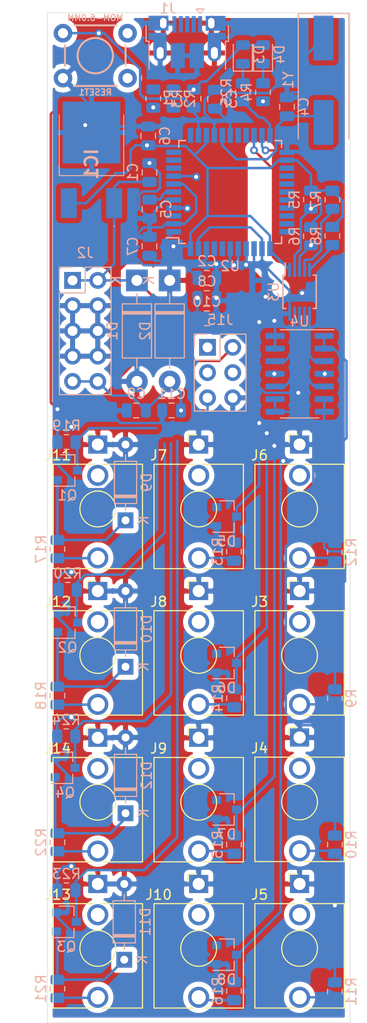
<source format=kicad_pcb>
(kicad_pcb (version 20171130) (host pcbnew "(5.1.9)-1")
  (layers (0 F.Cu signal) (31 B.Cu signal) (34 B.Paste user) (35 F.Paste user) (36 B.SilkS user) (37 F.SilkS user) (38 B.Mask user) (39 F.Mask user) (44 Edge.Cuts user))
  (net 0 "")
  (net 1 +12V)
  (net 2 GND)
  (net 3 vbus)
  (net 4 "Net-(C3-Pad1)")
  (net 5 "Net-(C4-Pad1)")
  (net 6 "Net-(C5-Pad2)")
  (net 7 +5V)
  (net 8 "Net-(C7-Pad2)")
  (net 9 -12V)
  (net 10 "Net-(D3-Pad1)")
  (net 11 "Net-(D4-Pad1)")
  (net 12 CVA)
  (net 13 CVB)
  (net 14 CVC)
  (net 15 CVD)
  (net 16 "Net-(D9-Pad1)")
  (net 17 "Net-(D10-Pad1)")
  (net 18 "Net-(D11-Pad1)")
  (net 19 "Net-(D12-Pad1)")
  (net 20 "Net-(J1-Pad2)")
  (net 21 "Net-(J1-Pad3)")
  (net 22 "Net-(J3-PadT)")
  (net 23 "Net-(J4-PadT)")
  (net 24 "Net-(J5-PadT)")
  (net 25 "Net-(J6-PadT)")
  (net 26 "Net-(J7-PadT)")
  (net 27 "Net-(J8-PadT)")
  (net 28 "Net-(J9-PadT)")
  (net 29 "Net-(J10-PadT)")
  (net 30 "Net-(J11-PadT)")
  (net 31 "Net-(J12-PadT)")
  (net 32 "Net-(J13-PadT)")
  (net 33 "Net-(J14-PadT)")
  (net 34 Trigger1)
  (net 35 Trigger2)
  (net 36 Trigger4)
  (net 37 Trigger3)
  (net 38 "Net-(R1-Pad1)")
  (net 39 "Net-(R2-Pad1)")
  (net 40 "Net-(R4-Pad2)")
  (net 41 SCL)
  (net 42 SDA)
  (net 43 LDAC)
  (net 44 RDY)
  (net 45 "Net-(R9-Pad2)")
  (net 46 "Net-(R10-Pad2)")
  (net 47 "Net-(R11-Pad2)")
  (net 48 "Net-(R12-Pad2)")
  (net 49 VOUTA)
  (net 50 VOUTB)
  (net 51 VOUTC)
  (net 52 VOUTD)
  (net 53 "Net-(R25-Pad2)")
  (net 54 RST)
  (net 55 MOSI)
  (net 56 SCK)
  (net 57 MISO)
  (module Connector_PinSocket_2.54mm:PinSocket_2x03_P2.54mm_Vertical (layer B.Cu) (at 168.529 84.455 180)
    (fp_text reference J15 (at -1.27 2.77) (layer B.SilkS) (effects (justify mirror)))
    (fp_text value Conn_02x03_Odd_Even)
    (pad 6 thru_hole oval (at -2.54 -5.08 180) (size 1.7 1.7) (drill 1) (layers *.Cu *.Mask) (net 2 GND))
    (pad 5 thru_hole oval (at 0 -5.08 180) (size 1.7 1.7) (drill 1) (layers *.Cu *.Mask) (net 54 RST))
    (pad 4 thru_hole oval (at -2.54 -2.54 180) (size 1.7 1.7) (drill 1) (layers *.Cu *.Mask) (net 55 MOSI))
    (pad 3 thru_hole oval (at 0 -2.54 180) (size 1.7 1.7) (drill 1) (layers *.Cu *.Mask) (net 56 SCK))
    (pad 2 thru_hole oval (at -2.54 0 180) (size 1.7 1.7) (drill 1) (layers *.Cu *.Mask) (net 7 +5V))
    (pad 1 thru_hole rect (at 0 0 180) (size 1.7 1.7) (drill 1) (layers *.Cu *.Mask) (net 57 MISO))
  )
  (module SamacSys_Parts:MJD1221G (layer B.Cu) (at 156.845 68.453 270)
    (fp_text reference IC1 (at -2.427 0 270) (layer B.SilkS) (effects (font (size 1.27 1.27) (thickness 0.254)) (justify mirror)))
    (fp_text value MC7805CDTRKG hide)
    (pad 3 smd rect (at 1.5 2.285 180) (size 1.6 3) (layers B.Cu B.Paste B.Mask) (net 7 +5V))
    (pad 2 smd rect (at -5.6 0 180) (size 5.8 6.2) (layers B.Cu B.Paste B.Mask) (net 2 GND))
    (pad 1 smd rect (at 1.5 -2.285 180) (size 1.6 3) (layers B.Cu B.Paste B.Mask) (net 1 +12V))
  )
  (module Resistor_SMD:R_0805_2012Metric (layer B.Cu) (at 172.085 58.801 270)
    (fp_text reference R25 (at 0 1.65 90) (layer B.SilkS) (effects (justify mirror)))
    (fp_text value 1K)
    (pad 2 smd roundrect (at 0.9125 0 270) (size 1.025 1.4) (layers B.Cu B.Paste B.Mask) (roundrect_rratio 0.2439014634146341) (net 53 "Net-(R25-Pad2)"))
    (pad 1 smd roundrect (at -0.9125 0 270) (size 1.025 1.4) (layers B.Cu B.Paste B.Mask) (roundrect_rratio 0.2439014634146341) (net 10 "Net-(D3-Pad1)"))
  )
  (module Connector_PinSocket_2.54mm:PinSocket_2x05_P2.54mm_Vertical (layer B.Cu) (at 154.94 77.724 180)
    (fp_text reference J2 (at -1.27 2.77) (layer B.SilkS) (effects (justify mirror)))
    (fp_text value Conn_02x05_Odd_Even)
    (pad 10 thru_hole oval (at -2.54 -10.16 180) (size 1.7 1.7) (drill 1) (layers *.Cu *.Mask) (net 9 -12V))
    (pad 9 thru_hole oval (at 0 -10.16 180) (size 1.7 1.7) (drill 1) (layers *.Cu *.Mask) (net 9 -12V))
    (pad 8 thru_hole oval (at -2.54 -7.62 180) (size 1.7 1.7) (drill 1) (layers *.Cu *.Mask) (net 2 GND))
    (pad 7 thru_hole oval (at 0 -7.62 180) (size 1.7 1.7) (drill 1) (layers *.Cu *.Mask) (net 2 GND))
    (pad 6 thru_hole oval (at -2.54 -5.08 180) (size 1.7 1.7) (drill 1) (layers *.Cu *.Mask) (net 2 GND))
    (pad 5 thru_hole oval (at 0 -5.08 180) (size 1.7 1.7) (drill 1) (layers *.Cu *.Mask) (net 2 GND))
    (pad 4 thru_hole oval (at -2.54 -2.54 180) (size 1.7 1.7) (drill 1) (layers *.Cu *.Mask) (net 2 GND))
    (pad 3 thru_hole oval (at 0 -2.54 180) (size 1.7 1.7) (drill 1) (layers *.Cu *.Mask) (net 2 GND))
    (pad 2 thru_hole oval (at -2.54 0 180) (size 1.7 1.7) (drill 1) (layers *.Cu *.Mask) (net 1 +12V))
    (pad 1 thru_hole rect (at 0 0 180) (size 1.7 1.7) (drill 1) (layers *.Cu *.Mask) (net 1 +12V))
  )
  (module Capacitor_SMD:C_0805_2012Metric (layer B.Cu) (at 162.687 66.868 270)
    (fp_text reference C1 (at 0 1.68 90) (layer B.SilkS) (effects (justify mirror)))
    (fp_text value 100n)
    (pad 2 smd roundrect (at 0.95 0 270) (size 1 1.45) (layers B.Cu B.Paste B.Mask) (net 1 +12V))
    (pad 1 smd roundrect (at -0.95 0 270) (size 1 1.45) (layers B.Cu B.Paste B.Mask) (net 2 GND))
  )
  (module Capacitor_SMD:C_0805_2012Metric (layer B.Cu) (at 168.468 77.47 180)
    (fp_text reference C2 (at 0 1.68) (layer B.SilkS) (effects (justify mirror)))
    (fp_text value 1u)
    (pad 1 smd roundrect (at -0.95 0 180) (size 1 1.45) (layers B.Cu B.Paste B.Mask) (net 2 GND))
    (pad 2 smd roundrect (at 0.95 0 180) (size 1 1.45) (layers B.Cu B.Paste B.Mask) (net 3 vbus))
  )
  (module Capacitor_SMD:C_0805_2012Metric (layer B.Cu) (at 169.291 59.497 90)
    (fp_text reference C3 (at 0 1.68 90) (layer B.SilkS) (effects (justify mirror)))
    (fp_text value 22p)
    (pad 1 smd roundrect (at -0.95 0 90) (size 1 1.45) (layers B.Cu B.Paste B.Mask) (net 4 "Net-(C3-Pad1)"))
    (pad 2 smd roundrect (at 0.95 0 90) (size 1 1.45) (layers B.Cu B.Paste B.Mask) (net 2 GND))
  )
  (module Capacitor_SMD:C_0805_2012Metric (layer B.Cu) (at 176.53 60.259 90)
    (fp_text reference C4 (at 0 1.68 90) (layer B.SilkS) (effects (justify mirror)))
    (fp_text value 22p)
    (pad 2 smd roundrect (at 0.95 0 90) (size 1 1.45) (layers B.Cu B.Paste B.Mask) (net 2 GND))
    (pad 1 smd roundrect (at -0.95 0 90) (size 1 1.45) (layers B.Cu B.Paste B.Mask) (net 5 "Net-(C4-Pad1)"))
  )
  (module Capacitor_SMD:C_0805_2012Metric (layer B.Cu) (at 162.687 70.551 90)
    (fp_text reference C5 (at 0 1.68 90) (layer B.SilkS) (effects (justify mirror)))
    (fp_text value 1u)
    (pad 2 smd roundrect (at 0.95 0 90) (size 1 1.45) (layers B.Cu B.Paste B.Mask) (net 6 "Net-(C5-Pad2)"))
    (pad 1 smd roundrect (at -0.95 0 90) (size 1 1.45) (layers B.Cu B.Paste B.Mask) (net 2 GND))
  )
  (module Capacitor_SMD:C_0805_2012Metric (layer B.Cu) (at 162.56 63.185 90)
    (fp_text reference C6 (at 0 1.68 90) (layer B.SilkS) (effects (justify mirror)))
    (fp_text value 100n)
    (pad 1 smd roundrect (at -0.95 0 90) (size 1 1.45) (layers B.Cu B.Paste B.Mask) (net 7 +5V))
    (pad 2 smd roundrect (at 0.95 0 90) (size 1 1.45) (layers B.Cu B.Paste B.Mask) (net 2 GND))
  )
  (module Capacitor_SMD:C_0805_2012Metric (layer B.Cu) (at 162.687 74.295 270)
    (fp_text reference C7 (at 0 1.68 90) (layer B.SilkS) (effects (justify mirror)))
    (fp_text value 100n)
    (pad 1 smd roundrect (at -0.95 0 270) (size 1 1.45) (layers B.Cu B.Paste B.Mask) (net 2 GND))
    (pad 2 smd roundrect (at 0.95 0 270) (size 1 1.45) (layers B.Cu B.Paste B.Mask) (net 8 "Net-(C7-Pad2)"))
  )
  (module Capacitor_SMD:C_0805_2012Metric (layer B.Cu) (at 168.468 79.502 180)
    (fp_text reference C8 (at 0 1.68) (layer B.SilkS) (effects (justify mirror)))
    (fp_text value 10u)
    (pad 2 smd roundrect (at 0.95 0 180) (size 1 1.45) (layers B.Cu B.Paste B.Mask) (net 1 +12V))
    (pad 1 smd roundrect (at -0.95 0 180) (size 1 1.45) (layers B.Cu B.Paste B.Mask) (net 2 GND))
  )
  (module Capacitor_SMD:C_0805_2012Metric (layer B.Cu) (at 161.356 90.805 180)
    (fp_text reference C9 (at 0 1.68) (layer B.SilkS) (effects (justify mirror)))
    (fp_text value 10u)
    (pad 1 smd roundrect (at -0.95 0 180) (size 1 1.45) (layers B.Cu B.Paste B.Mask) (net 9 -12V))
    (pad 2 smd roundrect (at 0.95 0 180) (size 1 1.45) (layers B.Cu B.Paste B.Mask) (net 2 GND))
  )
  (module Capacitor_SMD:C_0805_2012Metric (layer B.Cu) (at 168.463 81.534 180)
    (fp_text reference C10 (at 0 1.68) (layer B.SilkS) (effects (justify mirror)))
    (fp_text value 100n)
    (pad 2 smd roundrect (at 0.95 0 180) (size 1 1.45) (layers B.Cu B.Paste B.Mask) (net 1 +12V))
    (pad 1 smd roundrect (at -0.95 0 180) (size 1 1.45) (layers B.Cu B.Paste B.Mask) (net 2 GND))
  )
  (module Capacitor_SMD:C_0805_2012Metric (layer B.Cu) (at 164.912 90.805 180)
    (fp_text reference C11 (at 0 1.68) (layer B.SilkS) (effects (justify mirror)))
    (fp_text value C_Small)
    (pad 1 smd roundrect (at -0.95 0 180) (size 1 1.45) (layers B.Cu B.Paste B.Mask) (net 9 -12V))
    (pad 2 smd roundrect (at 0.95 0 180) (size 1 1.45) (layers B.Cu B.Paste B.Mask) (net 2 GND))
  )
  (module Diode_THT:D_DO-41_SOD81_P10.16mm_Horizontal (layer B.Cu) (at 161.417 77.724 270)
    (fp_text reference D1 (at 5.08 2.47 270) (layer B.SilkS) (effects (justify mirror)))
    (fp_text value 1N4001)
    (fp_text user K (at 0 2.1 270) (layer B.SilkS) (effects (justify mirror)))
    (pad 1 thru_hole rect (at 0 0 270) (size 2.2 2.2) (drill 1.1) (layers *.Cu *.Mask) (net 1 +12V))
    (pad 2 thru_hole oval (at 10.16 0 270) (size 2.2 2.2) (drill 1.1) (layers *.Cu *.Mask) (net 2 GND))
  )
  (module Diode_THT:D_DO-41_SOD81_P10.16mm_Horizontal (layer B.Cu) (at 164.719 77.724 270)
    (fp_text reference D2 (at 5.08 2.47 270) (layer B.SilkS) (effects (justify mirror)))
    (fp_text value 1N4001)
    (fp_text user K (at 0 2.1 270) (layer B.SilkS) (effects (justify mirror)))
    (pad 2 thru_hole oval (at 10.16 0 270) (size 2.2 2.2) (drill 1.1) (layers *.Cu *.Mask) (net 9 -12V))
    (pad 1 thru_hole rect (at 0 0 270) (size 2.2 2.2) (drill 1.1) (layers *.Cu *.Mask) (net 2 GND))
  )
  (module LED_SMD:LED_0805_2012Metric (layer B.Cu) (at 172.085 54.991 90)
    (fp_text reference D3 (at 0 1.65 90) (layer B.SilkS) (effects (justify mirror)))
    (fp_text value LED_Green)
    (pad 2 smd roundrect (at 0.9375 0 90) (size 0.975 1.4) (layers B.Cu B.Paste B.Mask) (net 7 +5V))
    (pad 1 smd roundrect (at -0.9375 0 90) (size 0.975 1.4) (layers B.Cu B.Paste B.Mask) (net 10 "Net-(D3-Pad1)"))
  )
  (module LED_SMD:LED_0805_2012Metric (layer B.Cu) (at 174.117 54.991 90)
    (fp_text reference D4 (at 0 1.65 90) (layer B.SilkS) (effects (justify mirror)))
    (fp_text value LED_Yellow)
    (pad 1 smd roundrect (at -0.9375 0 90) (size 0.975 1.4) (layers B.Cu B.Paste B.Mask) (net 11 "Net-(D4-Pad1)"))
    (pad 2 smd roundrect (at 0.9375 0 90) (size 0.975 1.4) (layers B.Cu B.Paste B.Mask) (net 7 +5V))
  )
  (module Diode_SMD:D_SOT-23_ANK (layer B.Cu) (at 170.45 101.473)
    (fp_text reference D5 (at 0 2.5) (layer B.SilkS) (effects (justify mirror)))
    (fp_text value D_Zener_5v)
    (pad 1 smd rect (at 1 0) (size 0.9 0.8) (layers B.Cu B.Paste B.Mask) (net 12 CVA))
    (pad "" smd rect (at -1 -0.95) (size 0.9 0.8) (layers B.Cu B.Paste B.Mask))
    (pad 2 smd rect (at -1 0.95) (size 0.9 0.8) (layers B.Cu B.Paste B.Mask) (net 2 GND))
  )
  (module Diode_SMD:D_SOT-23_ANK (layer B.Cu) (at 170.45 116.205)
    (fp_text reference D6 (at 0 2.5) (layer B.SilkS) (effects (justify mirror)))
    (fp_text value D_Zener_5v)
    (pad 2 smd rect (at -1 0.95) (size 0.9 0.8) (layers B.Cu B.Paste B.Mask) (net 2 GND))
    (pad "" smd rect (at -1 -0.95) (size 0.9 0.8) (layers B.Cu B.Paste B.Mask))
    (pad 1 smd rect (at 1 0) (size 0.9 0.8) (layers B.Cu B.Paste B.Mask) (net 13 CVB))
  )
  (module Diode_SMD:D_SOT-23_ANK (layer B.Cu) (at 170.45 130.937)
    (fp_text reference D7 (at 0 2.5) (layer B.SilkS) (effects (justify mirror)))
    (fp_text value D_Zener_5v)
    (pad 2 smd rect (at -1 0.95) (size 0.9 0.8) (layers B.Cu B.Paste B.Mask) (net 2 GND))
    (pad "" smd rect (at -1 -0.95) (size 0.9 0.8) (layers B.Cu B.Paste B.Mask))
    (pad 1 smd rect (at 1 0) (size 0.9 0.8) (layers B.Cu B.Paste B.Mask) (net 14 CVC))
  )
  (module Diode_SMD:D_SOT-23_ANK (layer B.Cu) (at 170.45 145.542)
    (fp_text reference D8 (at 0 2.5) (layer B.SilkS) (effects (justify mirror)))
    (fp_text value D_Zener_5v)
    (pad 1 smd rect (at 1 0) (size 0.9 0.8) (layers B.Cu B.Paste B.Mask) (net 15 CVD))
    (pad "" smd rect (at -1 -0.95) (size 0.9 0.8) (layers B.Cu B.Paste B.Mask))
    (pad 2 smd rect (at -1 0.95) (size 0.9 0.8) (layers B.Cu B.Paste B.Mask) (net 2 GND))
  )
  (module Diode_THT:D_DO-35_SOD27_P7.62mm_Horizontal (layer B.Cu) (at 160.274 101.854 90)
    (fp_text reference D9 (at 3.81 2.12 90) (layer B.SilkS) (effects (justify mirror)))
    (fp_text value 1N4148)
    (fp_text user K (at 0 1.8 90) (layer B.SilkS) (effects (justify mirror)))
    (pad 1 thru_hole rect (at 0 0 90) (size 1.6 1.6) (drill 0.8) (layers *.Cu *.Mask) (net 16 "Net-(D9-Pad1)"))
    (pad 2 thru_hole oval (at 7.62 0 90) (size 1.6 1.6) (drill 0.8) (layers *.Cu *.Mask) (net 2 GND))
  )
  (module Diode_THT:D_DO-35_SOD27_P7.62mm_Horizontal (layer B.Cu) (at 160.274 116.586 90)
    (fp_text reference D10 (at 3.81 2.12 90) (layer B.SilkS) (effects (justify mirror)))
    (fp_text value 1N4148)
    (fp_text user K (at 0 1.8 90) (layer B.SilkS) (effects (justify mirror)))
    (pad 2 thru_hole oval (at 7.62 0 90) (size 1.6 1.6) (drill 0.8) (layers *.Cu *.Mask) (net 2 GND))
    (pad 1 thru_hole rect (at 0 0 90) (size 1.6 1.6) (drill 0.8) (layers *.Cu *.Mask) (net 17 "Net-(D10-Pad1)"))
  )
  (module Diode_THT:D_DO-35_SOD27_P7.62mm_Horizontal (layer B.Cu) (at 160.147 146.05 90)
    (fp_text reference D11 (at 3.81 2.12 90) (layer B.SilkS) (effects (justify mirror)))
    (fp_text value 1N4148)
    (fp_text user K (at 0 1.8 90) (layer B.SilkS) (effects (justify mirror)))
    (pad 2 thru_hole oval (at 7.62 0 90) (size 1.6 1.6) (drill 0.8) (layers *.Cu *.Mask) (net 2 GND))
    (pad 1 thru_hole rect (at 0 0 90) (size 1.6 1.6) (drill 0.8) (layers *.Cu *.Mask) (net 18 "Net-(D11-Pad1)"))
  )
  (module Diode_THT:D_DO-35_SOD27_P7.62mm_Horizontal (layer B.Cu) (at 160.274 131.318 90)
    (fp_text reference D12 (at 3.81 2.12 90) (layer B.SilkS) (effects (justify mirror)))
    (fp_text value 1N4148)
    (fp_text user K (at 0 1.8 90) (layer B.SilkS) (effects (justify mirror)))
    (pad 1 thru_hole rect (at 0 0 90) (size 1.6 1.6) (drill 0.8) (layers *.Cu *.Mask) (net 19 "Net-(D12-Pad1)"))
    (pad 2 thru_hole oval (at 7.62 0 90) (size 1.6 1.6) (drill 0.8) (layers *.Cu *.Mask) (net 2 GND))
  )
  (module Connector_USB:USB_Micro-B_Amphenol_10103594-0001LF_Horizontal (layer B.Cu) (at 166.466 53.733 180)
    (fp_text reference J1 (at 1.925 3.365) (layer B.SilkS) (effects (justify mirror)))
    (fp_text value USB_B_Mini)
    (pad 6 smd rect (at 2.725 -0.185 180) (size 1.35 2) (layers B.Cu B.Paste B.Mask) (net 2 GND))
    (pad 6 smd rect (at -2.755 -0.185 180) (size 1.35 2) (layers B.Cu B.Paste B.Mask) (net 2 GND))
    (pad 6 smd rect (at -2.975 0.565 180) (size 1.825 0.7) (layers B.Cu B.Paste B.Mask) (net 2 GND))
    (pad 6 smd rect (at 2.975 0.565 180) (size 1.825 0.7) (layers B.Cu B.Paste B.Mask) (net 2 GND))
    (pad 6 smd rect (at -2.875 1.865 180) (size 2 1.5) (layers B.Cu B.Paste B.Mask) (net 2 GND))
    (pad 6 smd rect (at 2.875 1.885 180) (size 2 1.5) (layers B.Cu B.Paste B.Mask) (net 2 GND))
    (pad 1 smd rect (at -1.325 1.765 90) (size 1.65 0.4) (layers B.Cu B.Paste B.Mask) (net 3 vbus))
    (pad 2 smd rect (at -0.675 1.765 90) (size 1.65 0.4) (layers B.Cu B.Paste B.Mask) (net 20 "Net-(J1-Pad2)"))
    (pad 3 smd rect (at -0.025 1.765 90) (size 1.65 0.4) (layers B.Cu B.Paste B.Mask) (net 21 "Net-(J1-Pad3)"))
    (pad 4 smd rect (at 0.625 1.765 90) (size 1.65 0.4) (layers B.Cu B.Paste B.Mask))
    (pad 5 smd rect (at 1.275 1.765 90) (size 1.65 0.4) (layers B.Cu B.Paste B.Mask) (net 2 GND))
    (pad 6 thru_hole oval (at -2.445 1.885 90) (size 1.5 1.1) (drill oval 1.05 0.65) (layers *.Cu *.Mask) (net 2 GND))
    (pad 6 thru_hole oval (at 2.395 1.885 90) (size 1.5 1.1) (drill oval 1.05 0.65) (layers *.Cu *.Mask) (net 2 GND))
    (pad 6 thru_hole oval (at -2.755 -1.115 90) (size 1.7 1.35) (drill oval 1.2 0.7) (layers *.Cu *.Mask) (net 2 GND))
    (pad 6 thru_hole oval (at 2.705 -1.115 90) (size 1.7 1.35) (drill oval 1.2 0.7) (layers *.Cu *.Mask) (net 2 GND))
    (pad 6 smd rect (at -0.985 -1.385 90) (size 2.5 1.43) (layers B.Cu B.Paste B.Mask) (net 2 GND))
    (pad 6 smd rect (at 0.935 -1.385 90) (size 2.5 1.43) (layers B.Cu B.Paste B.Mask) (net 2 GND))
  )
  (module Connector_Audio:Jack_3.5mm_QingPu_WQP-PJ398SM_Vertical_CircularHoles (layer F.Cu) (at 177.8 108.966)
    (fp_text reference J3 (at -4.03 1.08 180) (layer F.SilkS))
    (fp_text value OUT2)
    (pad TN thru_hole circle (at 0 3.1 180) (size 2.13 2.13) (drill 1.42) (layers *.Cu *.Mask))
    (pad S thru_hole rect (at 0 0 180) (size 1.93 1.83) (drill 1.22) (layers *.Cu *.Mask) (net 2 GND))
    (pad T thru_hole circle (at 0 11.4 180) (size 2.13 2.13) (drill 1.43) (layers *.Cu *.Mask) (net 22 "Net-(J3-PadT)"))
  )
  (module Connector_Audio:Jack_3.5mm_QingPu_WQP-PJ398SM_Vertical_CircularHoles (layer F.Cu) (at 177.8 123.698)
    (fp_text reference J4 (at -4.03 1.08 180) (layer F.SilkS))
    (fp_text value OUT3)
    (pad T thru_hole circle (at 0 11.4 180) (size 2.13 2.13) (drill 1.43) (layers *.Cu *.Mask) (net 23 "Net-(J4-PadT)"))
    (pad S thru_hole rect (at 0 0 180) (size 1.93 1.83) (drill 1.22) (layers *.Cu *.Mask) (net 2 GND))
    (pad TN thru_hole circle (at 0 3.1 180) (size 2.13 2.13) (drill 1.42) (layers *.Cu *.Mask))
  )
  (module Connector_Audio:Jack_3.5mm_QingPu_WQP-PJ398SM_Vertical_CircularHoles (layer F.Cu) (at 177.8 138.43)
    (fp_text reference J5 (at -4.03 1.08 180) (layer F.SilkS))
    (fp_text value OUT4)
    (pad T thru_hole circle (at 0 11.4 180) (size 2.13 2.13) (drill 1.43) (layers *.Cu *.Mask) (net 24 "Net-(J5-PadT)"))
    (pad S thru_hole rect (at 0 0 180) (size 1.93 1.83) (drill 1.22) (layers *.Cu *.Mask) (net 2 GND))
    (pad TN thru_hole circle (at 0 3.1 180) (size 2.13 2.13) (drill 1.42) (layers *.Cu *.Mask))
  )
  (module Connector_Audio:Jack_3.5mm_QingPu_WQP-PJ398SM_Vertical_CircularHoles (layer F.Cu) (at 177.8 94.234)
    (fp_text reference J6 (at -4.03 1.08 180) (layer F.SilkS))
    (fp_text value OUT1)
    (pad TN thru_hole circle (at 0 3.1 180) (size 2.13 2.13) (drill 1.42) (layers *.Cu *.Mask))
    (pad S thru_hole rect (at 0 0 180) (size 1.93 1.83) (drill 1.22) (layers *.Cu *.Mask) (net 2 GND))
    (pad T thru_hole circle (at 0 11.4 180) (size 2.13 2.13) (drill 1.43) (layers *.Cu *.Mask) (net 25 "Net-(J6-PadT)"))
  )
  (module Connector_Audio:Jack_3.5mm_QingPu_WQP-PJ398SM_Vertical_CircularHoles (layer F.Cu) (at 167.64 94.234)
    (fp_text reference J7 (at -4.03 1.08 180) (layer F.SilkS))
    (fp_text value CV1)
    (pad TN thru_hole circle (at 0 3.1 180) (size 2.13 2.13) (drill 1.42) (layers *.Cu *.Mask))
    (pad S thru_hole rect (at 0 0 180) (size 1.93 1.83) (drill 1.22) (layers *.Cu *.Mask) (net 2 GND))
    (pad T thru_hole circle (at 0 11.4 180) (size 2.13 2.13) (drill 1.43) (layers *.Cu *.Mask) (net 26 "Net-(J7-PadT)"))
  )
  (module Connector_Audio:Jack_3.5mm_QingPu_WQP-PJ398SM_Vertical_CircularHoles (layer F.Cu) (at 167.64 108.966)
    (fp_text reference J8 (at -4.03 1.08 180) (layer F.SilkS))
    (fp_text value CV2)
    (pad TN thru_hole circle (at 0 3.1 180) (size 2.13 2.13) (drill 1.42) (layers *.Cu *.Mask))
    (pad S thru_hole rect (at 0 0 180) (size 1.93 1.83) (drill 1.22) (layers *.Cu *.Mask) (net 2 GND))
    (pad T thru_hole circle (at 0 11.4 180) (size 2.13 2.13) (drill 1.43) (layers *.Cu *.Mask) (net 27 "Net-(J8-PadT)"))
  )
  (module Connector_Audio:Jack_3.5mm_QingPu_WQP-PJ398SM_Vertical_CircularHoles (layer F.Cu) (at 167.64 123.728)
    (fp_text reference J9 (at -4.03 1.08 180) (layer F.SilkS))
    (fp_text value CV3)
    (pad TN thru_hole circle (at 0 3.1 180) (size 2.13 2.13) (drill 1.42) (layers *.Cu *.Mask))
    (pad S thru_hole rect (at 0 0 180) (size 1.93 1.83) (drill 1.22) (layers *.Cu *.Mask) (net 2 GND))
    (pad T thru_hole circle (at 0 11.4 180) (size 2.13 2.13) (drill 1.43) (layers *.Cu *.Mask) (net 28 "Net-(J9-PadT)"))
  )
  (module Connector_Audio:Jack_3.5mm_QingPu_WQP-PJ398SM_Vertical_CircularHoles (layer F.Cu) (at 167.64 138.43)
    (fp_text reference J10 (at -4.03 1.08 180) (layer F.SilkS))
    (fp_text value CV4)
    (pad T thru_hole circle (at 0 11.4 180) (size 2.13 2.13) (drill 1.43) (layers *.Cu *.Mask) (net 29 "Net-(J10-PadT)"))
    (pad S thru_hole rect (at 0 0 180) (size 1.93 1.83) (drill 1.22) (layers *.Cu *.Mask) (net 2 GND))
    (pad TN thru_hole circle (at 0 3.1 180) (size 2.13 2.13) (drill 1.42) (layers *.Cu *.Mask))
  )
  (module Connector_Audio:Jack_3.5mm_QingPu_WQP-PJ398SM_Vertical_CircularHoles (layer F.Cu) (at 157.48 94.234)
    (fp_text reference J11 (at -4.03 1.08 180) (layer F.SilkS))
    (fp_text value Trig1)
    (pad T thru_hole circle (at 0 11.4 180) (size 2.13 2.13) (drill 1.43) (layers *.Cu *.Mask) (net 30 "Net-(J11-PadT)"))
    (pad S thru_hole rect (at 0 0 180) (size 1.93 1.83) (drill 1.22) (layers *.Cu *.Mask) (net 2 GND))
    (pad TN thru_hole circle (at 0 3.1 180) (size 2.13 2.13) (drill 1.42) (layers *.Cu *.Mask))
  )
  (module Connector_Audio:Jack_3.5mm_QingPu_WQP-PJ398SM_Vertical_CircularHoles (layer F.Cu) (at 157.48 108.966)
    (fp_text reference J12 (at -4.03 1.08 180) (layer F.SilkS))
    (fp_text value Trig2)
    (pad TN thru_hole circle (at 0 3.1 180) (size 2.13 2.13) (drill 1.42) (layers *.Cu *.Mask))
    (pad S thru_hole rect (at 0 0 180) (size 1.93 1.83) (drill 1.22) (layers *.Cu *.Mask) (net 2 GND))
    (pad T thru_hole circle (at 0 11.4 180) (size 2.13 2.13) (drill 1.43) (layers *.Cu *.Mask) (net 31 "Net-(J12-PadT)"))
  )
  (module Connector_Audio:Jack_3.5mm_QingPu_WQP-PJ398SM_Vertical_CircularHoles (layer F.Cu) (at 157.48 138.43)
    (fp_text reference J13 (at -4.03 1.08 180) (layer F.SilkS))
    (fp_text value Trig4)
    (pad T thru_hole circle (at 0 11.4 180) (size 2.13 2.13) (drill 1.43) (layers *.Cu *.Mask) (net 32 "Net-(J13-PadT)"))
    (pad S thru_hole rect (at 0 0 180) (size 1.93 1.83) (drill 1.22) (layers *.Cu *.Mask) (net 2 GND))
    (pad TN thru_hole circle (at 0 3.1 180) (size 2.13 2.13) (drill 1.42) (layers *.Cu *.Mask))
  )
  (module Connector_Audio:Jack_3.5mm_QingPu_WQP-PJ398SM_Vertical_CircularHoles (layer F.Cu) (at 157.48 123.728)
    (fp_text reference J14 (at -4.03 1.08 180) (layer F.SilkS))
    (fp_text value Trig3)
    (pad T thru_hole circle (at 0 11.4 180) (size 2.13 2.13) (drill 1.43) (layers *.Cu *.Mask) (net 33 "Net-(J14-PadT)"))
    (pad S thru_hole rect (at 0 0 180) (size 1.93 1.83) (drill 1.22) (layers *.Cu *.Mask) (net 2 GND))
    (pad TN thru_hole circle (at 0 3.1 180) (size 2.13 2.13) (drill 1.42) (layers *.Cu *.Mask))
  )
  (module Package_TO_SOT_SMD:SOT-23 (layer B.Cu) (at 154.416 96.84)
    (fp_text reference Q1 (at 0 2.5) (layer B.SilkS) (effects (justify mirror)))
    (fp_text value MMBT3904)
    (pad 3 smd rect (at 1 0) (size 0.9 0.8) (layers B.Cu B.Paste B.Mask) (net 34 Trigger1))
    (pad 2 smd rect (at -1 -0.95) (size 0.9 0.8) (layers B.Cu B.Paste B.Mask) (net 2 GND))
    (pad 1 smd rect (at -1 0.95) (size 0.9 0.8) (layers B.Cu B.Paste B.Mask) (net 16 "Net-(D9-Pad1)"))
  )
  (module Package_TO_SOT_SMD:SOT-23 (layer B.Cu) (at 154.432 112.141)
    (fp_text reference Q2 (at 0 2.5) (layer B.SilkS) (effects (justify mirror)))
    (fp_text value MMBT3904)
    (pad 1 smd rect (at -1 0.95) (size 0.9 0.8) (layers B.Cu B.Paste B.Mask) (net 17 "Net-(D10-Pad1)"))
    (pad 2 smd rect (at -1 -0.95) (size 0.9 0.8) (layers B.Cu B.Paste B.Mask) (net 2 GND))
    (pad 3 smd rect (at 1 0) (size 0.9 0.8) (layers B.Cu B.Paste B.Mask) (net 35 Trigger2))
  )
  (module Package_TO_SOT_SMD:SOT-23 (layer B.Cu) (at 154.321 142.24)
    (fp_text reference Q3 (at 0 2.5) (layer B.SilkS) (effects (justify mirror)))
    (fp_text value MMBT3904)
    (pad 3 smd rect (at 1 0) (size 0.9 0.8) (layers B.Cu B.Paste B.Mask) (net 36 Trigger4))
    (pad 2 smd rect (at -1 -0.95) (size 0.9 0.8) (layers B.Cu B.Paste B.Mask) (net 2 GND))
    (pad 1 smd rect (at -1 0.95) (size 0.9 0.8) (layers B.Cu B.Paste B.Mask) (net 18 "Net-(D11-Pad1)"))
  )
  (module Package_TO_SOT_SMD:SOT-23 (layer B.Cu) (at 154.194 126.746)
    (fp_text reference Q4 (at 0 2.5) (layer B.SilkS) (effects (justify mirror)))
    (fp_text value MMBT3904)
    (pad 1 smd rect (at -1 0.95) (size 0.9 0.8) (layers B.Cu B.Paste B.Mask) (net 19 "Net-(D12-Pad1)"))
    (pad 2 smd rect (at -1 -0.95) (size 0.9 0.8) (layers B.Cu B.Paste B.Mask) (net 2 GND))
    (pad 3 smd rect (at 1 0) (size 0.9 0.8) (layers B.Cu B.Paste B.Mask) (net 37 Trigger3))
  )
  (module Resistor_SMD:R_0805_2012Metric (layer B.Cu) (at 163.068 59.436 90)
    (fp_text reference R1 (at 0 1.65 90) (layer B.SilkS) (effects (justify mirror)))
    (fp_text value 22)
    (pad 2 smd roundrect (at 0.9125 0 90) (size 1.025 1.4) (layers B.Cu B.Paste B.Mask) (roundrect_rratio 0.2439014634146341) (net 21 "Net-(J1-Pad3)"))
    (pad 1 smd roundrect (at -0.9125 0 90) (size 1.025 1.4) (layers B.Cu B.Paste B.Mask) (roundrect_rratio 0.2439014634146341) (net 38 "Net-(R1-Pad1)"))
  )
  (module Resistor_SMD:R_0805_2012Metric (layer B.Cu) (at 165.1 59.436 90)
    (fp_text reference R2 (at 0 1.65 90) (layer B.SilkS) (effects (justify mirror)))
    (fp_text value 22)
    (pad 1 smd roundrect (at -0.9125 0 90) (size 1.025 1.4) (layers B.Cu B.Paste B.Mask) (roundrect_rratio 0.2439014634146341) (net 39 "Net-(R2-Pad1)"))
    (pad 2 smd roundrect (at 0.9125 0 90) (size 1.025 1.4) (layers B.Cu B.Paste B.Mask) (roundrect_rratio 0.2439014634146341) (net 20 "Net-(J1-Pad2)"))
  )
  (module Resistor_SMD:R_0805_2012Metric (layer B.Cu) (at 167.132 59.436 270)
    (fp_text reference R3 (at 0 1.65 90) (layer B.SilkS) (effects (justify mirror)))
    (fp_text value 10K)
    (pad 2 smd roundrect (at 0.9125 0 270) (size 1.025 1.4) (layers B.Cu B.Paste B.Mask) (roundrect_rratio 0.2439014634146341) (net 54 RST))
    (pad 1 smd roundrect (at -0.9125 0 270) (size 1.025 1.4) (layers B.Cu B.Paste B.Mask) (roundrect_rratio 0.2439014634146341) (net 7 +5V))
  )
  (module Resistor_SMD:R_0805_2012Metric (layer B.Cu) (at 174.117 58.801 270)
    (fp_text reference R4 (at 0 1.65 90) (layer B.SilkS) (effects (justify mirror)))
    (fp_text value 1K)
    (pad 2 smd roundrect (at 0.9125 0 270) (size 1.025 1.4) (layers B.Cu B.Paste B.Mask) (roundrect_rratio 0.2439014634146341) (net 40 "Net-(R4-Pad2)"))
    (pad 1 smd roundrect (at -0.9125 0 270) (size 1.025 1.4) (layers B.Cu B.Paste B.Mask) (roundrect_rratio 0.2439014634146341) (net 11 "Net-(D4-Pad1)"))
  )
  (module Resistor_SMD:R_0805_2012Metric (layer B.Cu) (at 178.943 69.596 270)
    (fp_text reference R5 (at 0 1.65 90) (layer B.SilkS) (effects (justify mirror)))
    (fp_text value 100K)
    (pad 1 smd roundrect (at -0.9125 0 270) (size 1.025 1.4) (layers B.Cu B.Paste B.Mask) (roundrect_rratio 0.2439014634146341) (net 7 +5V))
    (pad 2 smd roundrect (at 0.9125 0 270) (size 1.025 1.4) (layers B.Cu B.Paste B.Mask) (roundrect_rratio 0.2439014634146341) (net 41 SCL))
  )
  (module Resistor_SMD:R_0805_2012Metric (layer B.Cu) (at 178.943 73.279 270)
    (fp_text reference R6 (at 0 1.65 90) (layer B.SilkS) (effects (justify mirror)))
    (fp_text value 100K)
    (pad 1 smd roundrect (at -0.9125 0 270) (size 1.025 1.4) (layers B.Cu B.Paste B.Mask) (roundrect_rratio 0.2439014634146341) (net 7 +5V))
    (pad 2 smd roundrect (at 0.9125 0 270) (size 1.025 1.4) (layers B.Cu B.Paste B.Mask) (roundrect_rratio 0.2439014634146341) (net 42 SDA))
  )
  (module Resistor_SMD:R_0805_2012Metric (layer B.Cu) (at 181.102 69.6195 270)
    (fp_text reference R7 (at 0 1.65 90) (layer B.SilkS) (effects (justify mirror)))
    (fp_text value 100K)
    (pad 2 smd roundrect (at 0.9125 0 270) (size 1.025 1.4) (layers B.Cu B.Paste B.Mask) (roundrect_rratio 0.2439014634146341) (net 43 LDAC))
    (pad 1 smd roundrect (at -0.9125 0 270) (size 1.025 1.4) (layers B.Cu B.Paste B.Mask) (roundrect_rratio 0.2439014634146341) (net 7 +5V))
  )
  (module Resistor_SMD:R_0805_2012Metric (layer B.Cu) (at 181.102 73.2555 270)
    (fp_text reference R8 (at 0 1.65 90) (layer B.SilkS) (effects (justify mirror)))
    (fp_text value 100K)
    (pad 2 smd roundrect (at 0.9125 0 270) (size 1.025 1.4) (layers B.Cu B.Paste B.Mask) (roundrect_rratio 0.2439014634146341) (net 44 RDY))
    (pad 1 smd roundrect (at -0.9125 0 270) (size 1.025 1.4) (layers B.Cu B.Paste B.Mask) (roundrect_rratio 0.2439014634146341) (net 7 +5V))
  )
  (module Resistor_SMD:R_0805_2012Metric (layer B.Cu) (at 181.356 119.761 90)
    (fp_text reference R9 (at 0 1.65 90) (layer B.SilkS) (effects (justify mirror)))
    (fp_text value 1K)
    (pad 2 smd roundrect (at 0.9125 0 90) (size 1.025 1.4) (layers B.Cu B.Paste B.Mask) (roundrect_rratio 0.2439014634146341) (net 45 "Net-(R9-Pad2)"))
    (pad 1 smd roundrect (at -0.9125 0 90) (size 1.025 1.4) (layers B.Cu B.Paste B.Mask) (roundrect_rratio 0.2439014634146341) (net 22 "Net-(J3-PadT)"))
  )
  (module Resistor_SMD:R_0805_2012Metric (layer B.Cu) (at 181.356 134.4695 90)
    (fp_text reference R10 (at 0 1.65 270) (layer B.SilkS) (effects (justify mirror)))
    (fp_text value 1K)
    (pad 1 smd roundrect (at -0.9125 0 90) (size 1.025 1.4) (layers B.Cu B.Paste B.Mask) (roundrect_rratio 0.2439014634146341) (net 23 "Net-(J4-PadT)"))
    (pad 2 smd roundrect (at 0.9125 0 90) (size 1.025 1.4) (layers B.Cu B.Paste B.Mask) (roundrect_rratio 0.2439014634146341) (net 46 "Net-(R10-Pad2)"))
  )
  (module Resistor_SMD:R_0805_2012Metric (layer B.Cu) (at 181.356 149.2485 90)
    (fp_text reference R11 (at 0 1.65 90) (layer B.SilkS) (effects (justify mirror)))
    (fp_text value 1K)
    (pad 2 smd roundrect (at 0.9125 0 90) (size 1.025 1.4) (layers B.Cu B.Paste B.Mask) (roundrect_rratio 0.2439014634146341) (net 47 "Net-(R11-Pad2)"))
    (pad 1 smd roundrect (at -0.9125 0 90) (size 1.025 1.4) (layers B.Cu B.Paste B.Mask) (roundrect_rratio 0.2439014634146341) (net 24 "Net-(J5-PadT)"))
  )
  (module Resistor_SMD:R_0805_2012Metric (layer B.Cu) (at 181.356 105.0525 90)
    (fp_text reference R12 (at 0 1.65 90) (layer B.SilkS) (effects (justify mirror)))
    (fp_text value 1K)
    (pad 1 smd roundrect (at -0.9125 0 90) (size 1.025 1.4) (layers B.Cu B.Paste B.Mask) (roundrect_rratio 0.2439014634146341) (net 25 "Net-(J6-PadT)"))
    (pad 2 smd roundrect (at 0.9125 0 90) (size 1.025 1.4) (layers B.Cu B.Paste B.Mask) (roundrect_rratio 0.2439014634146341) (net 48 "Net-(R12-Pad2)"))
  )
  (module Resistor_SMD:R_0805_2012Metric (layer B.Cu) (at 171.196 105.0055 270)
    (fp_text reference R13 (at 0 1.65 90) (layer B.SilkS) (effects (justify mirror)))
    (fp_text value 100K)
    (pad 1 smd roundrect (at -0.9125 0 270) (size 1.025 1.4) (layers B.Cu B.Paste B.Mask) (roundrect_rratio 0.2439014634146341) (net 12 CVA))
    (pad 2 smd roundrect (at 0.9125 0 270) (size 1.025 1.4) (layers B.Cu B.Paste B.Mask) (roundrect_rratio 0.2439014634146341) (net 26 "Net-(J7-PadT)"))
  )
  (module Resistor_SMD:R_0805_2012Metric (layer B.Cu) (at 171.196 119.7375 270)
    (fp_text reference R14 (at 0 1.65 90) (layer B.SilkS) (effects (justify mirror)))
    (fp_text value 100K)
    (pad 2 smd roundrect (at 0.9125 0 270) (size 1.025 1.4) (layers B.Cu B.Paste B.Mask) (roundrect_rratio 0.2439014634146341) (net 27 "Net-(J8-PadT)"))
    (pad 1 smd roundrect (at -0.9125 0 270) (size 1.025 1.4) (layers B.Cu B.Paste B.Mask) (roundrect_rratio 0.2439014634146341) (net 13 CVB))
  )
  (module Resistor_SMD:R_0805_2012Metric (layer B.Cu) (at 171.196 134.4695 270)
    (fp_text reference R15 (at 0 1.65 270) (layer B.SilkS) (effects (justify mirror)))
    (fp_text value 100K)
    (pad 1 smd roundrect (at -0.9125 0 270) (size 1.025 1.4) (layers B.Cu B.Paste B.Mask) (roundrect_rratio 0.2439014634146341) (net 14 CVC))
    (pad 2 smd roundrect (at 0.9125 0 270) (size 1.025 1.4) (layers B.Cu B.Paste B.Mask) (roundrect_rratio 0.2439014634146341) (net 28 "Net-(J9-PadT)"))
  )
  (module Resistor_SMD:R_0805_2012Metric (layer B.Cu) (at 171.196 149.2015 270)
    (fp_text reference R16 (at 0 1.65 270) (layer B.SilkS) (effects (justify mirror)))
    (fp_text value 100K)
    (pad 2 smd roundrect (at 0.9125 0 270) (size 1.025 1.4) (layers B.Cu B.Paste B.Mask) (roundrect_rratio 0.2439014634146341) (net 29 "Net-(J10-PadT)"))
    (pad 1 smd roundrect (at -0.9125 0 270) (size 1.025 1.4) (layers B.Cu B.Paste B.Mask) (roundrect_rratio 0.2439014634146341) (net 15 CVD))
  )
  (module Resistor_SMD:R_0805_2012Metric (layer B.Cu) (at 153.416 104.7515 270)
    (fp_text reference R17 (at 0 1.65 270) (layer B.SilkS) (effects (justify mirror)))
    (fp_text value 100K)
    (pad 1 smd roundrect (at -0.9125 0 270) (size 1.025 1.4) (layers B.Cu B.Paste B.Mask) (roundrect_rratio 0.2439014634146341) (net 16 "Net-(D9-Pad1)"))
    (pad 2 smd roundrect (at 0.9125 0 270) (size 1.025 1.4) (layers B.Cu B.Paste B.Mask) (roundrect_rratio 0.2439014634146341) (net 30 "Net-(J11-PadT)"))
  )
  (module Resistor_SMD:R_0805_2012Metric (layer B.Cu) (at 153.416 119.4835 270)
    (fp_text reference R18 (at 0 1.65 90) (layer B.SilkS) (effects (justify mirror)))
    (fp_text value 100K)
    (pad 1 smd roundrect (at -0.9125 0 270) (size 1.025 1.4) (layers B.Cu B.Paste B.Mask) (roundrect_rratio 0.2439014634146341) (net 17 "Net-(D10-Pad1)"))
    (pad 2 smd roundrect (at 0.9125 0 270) (size 1.025 1.4) (layers B.Cu B.Paste B.Mask) (roundrect_rratio 0.2439014634146341) (net 31 "Net-(J12-PadT)"))
  )
  (module Resistor_SMD:R_0805_2012Metric (layer B.Cu) (at 154.3285 93.98 180)
    (fp_text reference R19 (at 0 1.65) (layer B.SilkS) (effects (justify mirror)))
    (fp_text value 100K)
    (pad 2 smd roundrect (at 0.9125 0 180) (size 1.025 1.4) (layers B.Cu B.Paste B.Mask) (roundrect_rratio 0.2439014634146341) (net 7 +5V))
    (pad 1 smd roundrect (at -0.9125 0 180) (size 1.025 1.4) (layers B.Cu B.Paste B.Mask) (roundrect_rratio 0.2439014634146341) (net 34 Trigger1))
  )
  (module Resistor_SMD:R_0805_2012Metric (layer B.Cu) (at 154.4555 108.839 180)
    (fp_text reference R20 (at 0 1.65) (layer B.SilkS) (effects (justify mirror)))
    (fp_text value 100K)
    (pad 2 smd roundrect (at 0.9125 0 180) (size 1.025 1.4) (layers B.Cu B.Paste B.Mask) (roundrect_rratio 0.2439014634146341) (net 7 +5V))
    (pad 1 smd roundrect (at -0.9125 0 180) (size 1.025 1.4) (layers B.Cu B.Paste B.Mask) (roundrect_rratio 0.2439014634146341) (net 35 Trigger2))
  )
  (module Resistor_SMD:R_0805_2012Metric (layer B.Cu) (at 153.416 148.971 270)
    (fp_text reference R21 (at 0 1.65 90) (layer B.SilkS) (effects (justify mirror)))
    (fp_text value 100K)
    (pad 1 smd roundrect (at -0.9125 0 270) (size 1.025 1.4) (layers B.Cu B.Paste B.Mask) (roundrect_rratio 0.2439014634146341) (net 18 "Net-(D11-Pad1)"))
    (pad 2 smd roundrect (at 0.9125 0 270) (size 1.025 1.4) (layers B.Cu B.Paste B.Mask) (roundrect_rratio 0.2439014634146341) (net 32 "Net-(J13-PadT)"))
  )
  (module Resistor_SMD:R_0805_2012Metric (layer B.Cu) (at 153.416 134.239 270)
    (fp_text reference R22 (at 0 1.65 90) (layer B.SilkS) (effects (justify mirror)))
    (fp_text value 100K)
    (pad 1 smd roundrect (at -0.9125 0 270) (size 1.025 1.4) (layers B.Cu B.Paste B.Mask) (roundrect_rratio 0.2439014634146341) (net 19 "Net-(D12-Pad1)"))
    (pad 2 smd roundrect (at 0.9125 0 270) (size 1.025 1.4) (layers B.Cu B.Paste B.Mask) (roundrect_rratio 0.2439014634146341) (net 33 "Net-(J14-PadT)"))
  )
  (module Resistor_SMD:R_0805_2012Metric (layer B.Cu) (at 154.3285 139.065 180)
    (fp_text reference R23 (at 0 1.65) (layer B.SilkS) (effects (justify mirror)))
    (fp_text value 100K)
    (pad 2 smd roundrect (at 0.9125 0 180) (size 1.025 1.4) (layers B.Cu B.Paste B.Mask) (roundrect_rratio 0.2439014634146341) (net 7 +5V))
    (pad 1 smd roundrect (at -0.9125 0 180) (size 1.025 1.4) (layers B.Cu B.Paste B.Mask) (roundrect_rratio 0.2439014634146341) (net 36 Trigger4))
  )
  (module Resistor_SMD:R_0805_2012Metric (layer B.Cu) (at 154.305 123.571 180)
    (fp_text reference R24 (at 0 1.65) (layer B.SilkS) (effects (justify mirror)))
    (fp_text value 100K)
    (pad 1 smd roundrect (at -0.9125 0 180) (size 1.025 1.4) (layers B.Cu B.Paste B.Mask) (roundrect_rratio 0.2439014634146341) (net 37 Trigger3))
    (pad 2 smd roundrect (at 0.9125 0 180) (size 1.025 1.4) (layers B.Cu B.Paste B.Mask) (roundrect_rratio 0.2439014634146341) (net 7 +5V))
  )
  (module Switches:TACTILE_SWITCH_PTH_6.0MM (layer B.Cu) (at 157.226 55.118)
    (fp_text reference RESET1 (at 0 3.683) (layer B.SilkS) (effects (font (size 0.6096 0.6096) (thickness 0.127)) (justify mirror)))
    (fp_text value MOM-6.0MM (at 0 -3.81) (layer B.SilkS) (effects (font (size 0.6096 0.6096) (thickness 0.127)) (justify mirror)))
    (pad 1 thru_hole circle (at -3.2512 2.2606) (size 1.8796 1.8796) (drill 1.016) (layers *.Cu *.Mask) (net 2 GND))
    (pad 2 thru_hole circle (at 3.2512 2.2606) (size 1.8796 1.8796) (drill 1.016) (layers *.Cu *.Mask))
    (pad 3 thru_hole circle (at -3.2512 -2.2606) (size 1.8796 1.8796) (drill 1.016) (layers *.Cu *.Mask) (net 54 RST))
    (pad 4 thru_hole circle (at 3.2512 -2.2606) (size 1.8796 1.8796) (drill 1.016) (layers *.Cu *.Mask))
  )
  (module Package_QFP:TQFP-44_10x10mm_P0.8mm (layer B.Cu) (at 170.815 68.834)
    (fp_text reference U2 (at 0 7.45) (layer B.SilkS) (effects (justify mirror)))
    (fp_text value ATmega32U4-AU)
    (pad 1 smd rect (at -5.7 4) (size 1.5 0.55) (layers B.Cu B.Paste B.Mask) (net 37 Trigger3))
    (pad 2 smd rect (at -5.7 3.2) (size 1.5 0.55) (layers B.Cu B.Paste B.Mask) (net 3 vbus))
    (pad 3 smd rect (at -5.7 2.4) (size 1.5 0.55) (layers B.Cu B.Paste B.Mask) (net 39 "Net-(R2-Pad1)"))
    (pad 4 smd rect (at -5.7 1.6) (size 1.5 0.55) (layers B.Cu B.Paste B.Mask) (net 38 "Net-(R1-Pad1)"))
    (pad 5 smd rect (at -5.7 0.8) (size 1.5 0.55) (layers B.Cu B.Paste B.Mask) (net 2 GND))
    (pad 6 smd rect (at -5.7 0) (size 1.5 0.55) (layers B.Cu B.Paste B.Mask) (net 6 "Net-(C5-Pad2)"))
    (pad 7 smd rect (at -5.7 -0.8) (size 1.5 0.55) (layers B.Cu B.Paste B.Mask) (net 3 vbus))
    (pad 8 smd rect (at -5.7 -1.6) (size 1.5 0.55) (layers B.Cu B.Paste B.Mask) (net 40 "Net-(R4-Pad2)"))
    (pad 9 smd rect (at -5.7 -2.4) (size 1.5 0.55) (layers B.Cu B.Paste B.Mask) (net 56 SCK))
    (pad 10 smd rect (at -5.7 -3.2) (size 1.5 0.55) (layers B.Cu B.Paste B.Mask) (net 55 MOSI))
    (pad 11 smd rect (at -5.7 -4) (size 1.5 0.55) (layers B.Cu B.Paste B.Mask) (net 57 MISO))
    (pad 12 smd rect (at -4 -5.7 270) (size 1.5 0.55) (layers B.Cu B.Paste B.Mask))
    (pad 13 smd rect (at -3.2 -5.7 270) (size 1.5 0.55) (layers B.Cu B.Paste B.Mask) (net 54 RST))
    (pad 14 smd rect (at -2.4 -5.7 270) (size 1.5 0.55) (layers B.Cu B.Paste B.Mask) (net 7 +5V))
    (pad 15 smd rect (at -1.6 -5.7 270) (size 1.5 0.55) (layers B.Cu B.Paste B.Mask) (net 2 GND))
    (pad 16 smd rect (at -0.8 -5.7 270) (size 1.5 0.55) (layers B.Cu B.Paste B.Mask) (net 5 "Net-(C4-Pad1)"))
    (pad 17 smd rect (at 0 -5.7 270) (size 1.5 0.55) (layers B.Cu B.Paste B.Mask) (net 4 "Net-(C3-Pad1)"))
    (pad 18 smd rect (at 0.8 -5.7 270) (size 1.5 0.55) (layers B.Cu B.Paste B.Mask))
    (pad 19 smd rect (at 1.6 -5.7 270) (size 1.5 0.55) (layers B.Cu B.Paste B.Mask))
    (pad 20 smd rect (at 2.4 -5.7 270) (size 1.5 0.55) (layers B.Cu B.Paste B.Mask) (net 42 SDA))
    (pad 21 smd rect (at 3.2 -5.7 270) (size 1.5 0.55) (layers B.Cu B.Paste B.Mask) (net 41 SCL))
    (pad 22 smd rect (at 4 -5.7 270) (size 1.5 0.55) (layers B.Cu B.Paste B.Mask) (net 53 "Net-(R25-Pad2)"))
    (pad 23 smd rect (at 5.7 -4) (size 1.5 0.55) (layers B.Cu B.Paste B.Mask) (net 2 GND))
    (pad 24 smd rect (at 5.7 -3.2) (size 1.5 0.55) (layers B.Cu B.Paste B.Mask) (net 7 +5V))
    (pad 25 smd rect (at 5.7 -2.4) (size 1.5 0.55) (layers B.Cu B.Paste B.Mask))
    (pad 26 smd rect (at 5.7 -1.6) (size 1.5 0.55) (layers B.Cu B.Paste B.Mask))
    (pad 27 smd rect (at 5.7 -0.8) (size 1.5 0.55) (layers B.Cu B.Paste B.Mask) (net 36 Trigger4))
    (pad 28 smd rect (at 5.7 0) (size 1.5 0.55) (layers B.Cu B.Paste B.Mask) (net 35 Trigger2))
    (pad 29 smd rect (at 5.7 0.8) (size 1.5 0.55) (layers B.Cu B.Paste B.Mask) (net 34 Trigger1))
    (pad 30 smd rect (at 5.7 1.6) (size 1.5 0.55) (layers B.Cu B.Paste B.Mask))
    (pad 31 smd rect (at 5.7 2.4) (size 1.5 0.55) (layers B.Cu B.Paste B.Mask))
    (pad 32 smd rect (at 5.7 3.2) (size 1.5 0.55) (layers B.Cu B.Paste B.Mask))
    (pad 33 smd rect (at 5.7 4) (size 1.5 0.55) (layers B.Cu B.Paste B.Mask))
    (pad 34 smd rect (at 4 5.7 270) (size 1.5 0.55) (layers B.Cu B.Paste B.Mask) (net 7 +5V))
    (pad 35 smd rect (at 3.2 5.7 270) (size 1.5 0.55) (layers B.Cu B.Paste B.Mask) (net 2 GND))
    (pad 36 smd rect (at 2.4 5.7 270) (size 1.5 0.55) (layers B.Cu B.Paste B.Mask) (net 12 CVA))
    (pad 37 smd rect (at 1.6 5.7 270) (size 1.5 0.55) (layers B.Cu B.Paste B.Mask) (net 13 CVB))
    (pad 38 smd rect (at 0.8 5.7 270) (size 1.5 0.55) (layers B.Cu B.Paste B.Mask) (net 14 CVC))
    (pad 39 smd rect (at 0 5.7 270) (size 1.5 0.55) (layers B.Cu B.Paste B.Mask) (net 15 CVD))
    (pad 40 smd rect (at -0.8 5.7 270) (size 1.5 0.55) (layers B.Cu B.Paste B.Mask))
    (pad 41 smd rect (at -1.6 5.7 270) (size 1.5 0.55) (layers B.Cu B.Paste B.Mask))
    (pad 42 smd rect (at -2.4 5.7 270) (size 1.5 0.55) (layers B.Cu B.Paste B.Mask) (net 8 "Net-(C7-Pad2)"))
    (pad 43 smd rect (at -3.2 5.7 270) (size 1.5 0.55) (layers B.Cu B.Paste B.Mask) (net 2 GND))
    (pad 44 smd rect (at -4 5.7 270) (size 1.5 0.55) (layers B.Cu B.Paste B.Mask) (net 7 +5V))
  )
  (module Package_SO:MSOP-10_3x3mm_P0.5mm (layer B.Cu) (at 177.8 78.867 270)
    (fp_text reference U3 (at 0 2.6 270) (layer B.SilkS) (effects (justify mirror)))
    (fp_text value MCP4728)
    (pad 1 smd rect (at -2.2 1 270) (size 1.4 0.3) (layers B.Cu B.Paste B.Mask) (net 7 +5V))
    (pad 2 smd rect (at -2.2 0.5 270) (size 1.4 0.3) (layers B.Cu B.Paste B.Mask) (net 41 SCL))
    (pad 3 smd rect (at -2.2 0 270) (size 1.4 0.3) (layers B.Cu B.Paste B.Mask) (net 42 SDA))
    (pad 4 smd rect (at -2.2 -0.5 270) (size 1.4 0.3) (layers B.Cu B.Paste B.Mask) (net 43 LDAC))
    (pad 5 smd rect (at -2.2 -1 270) (size 1.4 0.3) (layers B.Cu B.Paste B.Mask) (net 44 RDY))
    (pad 6 smd rect (at 2.2 -1 270) (size 1.4 0.3) (layers B.Cu B.Paste B.Mask) (net 49 VOUTA))
    (pad 7 smd rect (at 2.2 -0.5 270) (size 1.4 0.3) (layers B.Cu B.Paste B.Mask) (net 50 VOUTB))
    (pad 8 smd rect (at 2.2 0 270) (size 1.4 0.3) (layers B.Cu B.Paste B.Mask) (net 51 VOUTC))
    (pad 9 smd rect (at 2.2 0.5 270) (size 1.4 0.3) (layers B.Cu B.Paste B.Mask) (net 52 VOUTD))
    (pad 10 smd rect (at 2.2 1 270) (size 1.4 0.3) (layers B.Cu B.Paste B.Mask) (net 2 GND))
  )
  (module Package_SO:SOIC-14_3.9x8.7mm_P1.27mm (layer B.Cu) (at 177.8 87.122 180)
    (fp_text reference U4 (at 0 5.28) (layer B.SilkS) (effects (justify mirror)))
    (fp_text value TL074)
    (pad 1 smd roundrect (at -2.475 3.81 180) (size 1.95 0.6) (layers B.Cu B.Paste B.Mask) (net 48 "Net-(R12-Pad2)"))
    (pad 2 smd roundrect (at -2.475 2.54 180) (size 1.95 0.6) (layers B.Cu B.Paste B.Mask) (net 48 "Net-(R12-Pad2)"))
    (pad 3 smd roundrect (at -2.475 1.27 180) (size 1.95 0.6) (layers B.Cu B.Paste B.Mask) (net 49 VOUTA))
    (pad 4 smd roundrect (at -2.475 0 180) (size 1.95 0.6) (layers B.Cu B.Paste B.Mask) (net 1 +12V))
    (pad 5 smd roundrect (at -2.475 -1.27 180) (size 1.95 0.6) (layers B.Cu B.Paste B.Mask) (net 50 VOUTB))
    (pad 6 smd roundrect (at -2.475 -2.54 180) (size 1.95 0.6) (layers B.Cu B.Paste B.Mask) (net 45 "Net-(R9-Pad2)"))
    (pad 7 smd roundrect (at -2.475 -3.81 180) (size 1.95 0.6) (layers B.Cu B.Paste B.Mask) (net 45 "Net-(R9-Pad2)"))
    (pad 8 smd roundrect (at 2.475 -3.81 180) (size 1.95 0.6) (layers B.Cu B.Paste B.Mask) (net 46 "Net-(R10-Pad2)"))
    (pad 9 smd roundrect (at 2.475 -2.54 180) (size 1.95 0.6) (layers B.Cu B.Paste B.Mask) (net 46 "Net-(R10-Pad2)"))
    (pad 10 smd roundrect (at 2.475 -1.27 180) (size 1.95 0.6) (layers B.Cu B.Paste B.Mask) (net 51 VOUTC))
    (pad 11 smd roundrect (at 2.475 0 180) (size 1.95 0.6) (layers B.Cu B.Paste B.Mask) (net 9 -12V))
    (pad 12 smd roundrect (at 2.475 1.27 180) (size 1.95 0.6) (layers B.Cu B.Paste B.Mask) (net 52 VOUTD))
    (pad 13 smd roundrect (at 2.475 2.54 180) (size 1.95 0.6) (layers B.Cu B.Paste B.Mask) (net 47 "Net-(R11-Pad2)"))
    (pad 14 smd roundrect (at 2.475 3.81 180) (size 1.95 0.6) (layers B.Cu B.Paste B.Mask) (net 47 "Net-(R11-Pad2)"))
  )
  (module Crystal:Crystal_SMD_HC49-SD (layer B.Cu) (at 180.213 57.59 270)
    (fp_text reference Y1 (at 0 3.55 90) (layer B.SilkS) (effects (justify mirror)))
    (fp_text value Crystal16mhz)
    (pad 1 smd rect (at -4.25 0 270) (size 4.5 2) (layers B.Cu B.Paste B.Mask) (net 4 "Net-(C3-Pad1)"))
    (pad 2 smd rect (at 4.25 0 270) (size 4.5 2) (layers B.Cu B.Paste B.Mask) (net 5 "Net-(C4-Pad1)"))
  )
  (gr_line (start 152.4 50.8) (end 152.4 152.4) (layer Edge.Cuts) (width 0.05))
  (gr_line (start 182.88 50.8) (end 152.4 50.8) (layer Edge.Cuts) (width 0.05))
  (gr_line (start 182.88 152.4) (end 182.88 50.8) (layer Edge.Cuts) (width 0.05))
  (gr_line (start 152.4 152.4) (end 182.88 152.4) (layer Edge.Cuts) (width 0.05))
  (via (at 163.068 60.325) (size 0.8) (drill 0.4) (layers F.Cu B.Cu) (net 38))
  (via (at 180.34 87.122) (size 0.8) (drill 0.4) (layers F.Cu B.Cu) (net 1))
  (via (at 167.513 79.502) (size 0.8) (drill 0.4) (layers F.Cu B.Cu) (net 1))
  (via (at 156.21 62.103) (size 0.8) (drill 0.4) (layers F.Cu B.Cu) (net 2))
  (segment (start 154.94 77.724) (end 157.48 77.724) (width 0.25) (layer B.Cu) (net 1))
  (segment (start 157.48 77.724) (end 161.417 77.724) (width 0.25) (layer B.Cu) (net 1))
  (segment (start 159.13 76.074) (end 157.48 77.724) (width 0.25) (layer B.Cu) (net 1))
  (segment (start 159.13 69.953) (end 159.13 76.074) (width 0.25) (layer B.Cu) (net 1))
  (segment (start 159.13 69.953) (end 159.13 68.327) (width 0.25) (layer B.Cu) (net 1))
  (segment (start 159.639 67.818) (end 162.687 67.818) (width 0.25) (layer B.Cu) (net 1))
  (segment (start 159.13 68.327) (end 159.639 67.818) (width 0.25) (layer B.Cu) (net 1))
  (segment (start 167.513 81.534) (end 169.037 83.058) (width 0.25) (layer B.Cu) (net 1))
  (segment (start 171.411002 83.058) (end 172.974 84.620998) (width 0.25) (layer B.Cu) (net 1))
  (segment (start 169.037 83.058) (end 171.411002 83.058) (width 0.25) (layer B.Cu) (net 1))
  (segment (start 172.974 87.687768) (end 174.313232 89.027) (width 0.25) (layer B.Cu) (net 1))
  (segment (start 172.974 84.620998) (end 172.974 87.687768) (width 0.25) (layer B.Cu) (net 1))
  (segment (start 174.313232 89.027) (end 177.673 89.027) (width 0.25) (layer B.Cu) (net 1))
  (segment (start 177.673 89.027) (end 177.673 89.027) (width 0.25) (layer B.Cu) (net 1))
  (via (at 177.673 89.027) (size 0.8) (drill 0.4) (layers F.Cu B.Cu) (net 1))
  (segment (start 178.435 89.027) (end 180.34 87.122) (width 0.25) (layer F.Cu) (net 1))
  (segment (start 177.673 89.027) (end 178.435 89.027) (width 0.25) (layer F.Cu) (net 1))
  (segment (start 163.195 79.502) (end 167.513 79.502) (width 0.25) (layer F.Cu) (net 1))
  (segment (start 161.417 77.724) (end 163.195 79.502) (width 0.25) (layer F.Cu) (net 1))
  (segment (start 167.513 81.534) (end 167.513 79.502) (width 0.25) (layer B.Cu) (net 1))
  (segment (start 153.321 141.675002) (end 155.663998 144.018) (width 0.25) (layer B.Cu) (net 2))
  (segment (start 153.321 141.29) (end 153.321 141.675002) (width 0.25) (layer B.Cu) (net 2))
  (segment (start 160.147 140.920202) (end 160.147 138.43) (width 0.25) (layer B.Cu) (net 2))
  (segment (start 157.049202 144.018) (end 160.147 140.920202) (width 0.25) (layer B.Cu) (net 2))
  (segment (start 155.663998 144.018) (end 157.049202 144.018) (width 0.25) (layer B.Cu) (net 2))
  (segment (start 153.194 126.181002) (end 155.663998 128.651) (width 0.25) (layer B.Cu) (net 2))
  (segment (start 153.194 125.796) (end 153.194 126.181002) (width 0.25) (layer B.Cu) (net 2))
  (segment (start 155.663998 128.651) (end 159.131 128.651) (width 0.25) (layer B.Cu) (net 2))
  (segment (start 160.274 127.508) (end 160.274 123.698) (width 0.25) (layer B.Cu) (net 2))
  (segment (start 159.131 128.651) (end 160.274 127.508) (width 0.25) (layer B.Cu) (net 2))
  (segment (start 153.432 111.576002) (end 155.647998 113.792) (width 0.25) (layer B.Cu) (net 2))
  (segment (start 153.432 111.191) (end 153.432 111.576002) (width 0.25) (layer B.Cu) (net 2))
  (segment (start 160.274 111.329202) (end 160.274 108.966) (width 0.25) (layer B.Cu) (net 2))
  (segment (start 157.811202 113.792) (end 160.274 111.329202) (width 0.25) (layer B.Cu) (net 2))
  (segment (start 155.647998 113.792) (end 157.811202 113.792) (width 0.25) (layer B.Cu) (net 2))
  (segment (start 153.416 96.275002) (end 155.864999 98.724001) (width 0.25) (layer B.Cu) (net 2))
  (segment (start 153.416 95.89) (end 153.416 96.275002) (width 0.25) (layer B.Cu) (net 2))
  (segment (start 160.274 96.597202) (end 160.274 94.234) (width 0.25) (layer B.Cu) (net 2))
  (segment (start 158.147201 98.724001) (end 160.274 96.597202) (width 0.25) (layer B.Cu) (net 2))
  (segment (start 155.864999 98.724001) (end 158.147201 98.724001) (width 0.25) (layer B.Cu) (net 2))
  (segment (start 169.418 79.751) (end 169.413 79.756) (width 0.25) (layer B.Cu) (net 2))
  (segment (start 169.418 79.502) (end 169.418 79.502) (width 0.25) (layer B.Cu) (net 2))
  (segment (start 176.53 59.309) (end 177.038 58.801) (width 0.25) (layer B.Cu) (net 2))
  (segment (start 181.009002 58.801) (end 181.991 59.782998) (width 0.25) (layer B.Cu) (net 2))
  (segment (start 177.038 58.801) (end 181.009002 58.801) (width 0.25) (layer B.Cu) (net 2))
  (segment (start 181.054002 64.834) (end 176.515 64.834) (width 0.25) (layer B.Cu) (net 2))
  (segment (start 181.991 63.897002) (end 181.054002 64.834) (width 0.25) (layer B.Cu) (net 2))
  (segment (start 181.991 59.782998) (end 181.991 63.897002) (width 0.25) (layer B.Cu) (net 2))
  (segment (start 168.24099 59.59701) (end 169.291 58.547) (width 0.25) (layer B.Cu) (net 2))
  (segment (start 168.24099 60.93518) (end 168.24099 59.59701) (width 0.25) (layer B.Cu) (net 2))
  (segment (start 169.215 61.90919) (end 168.24099 60.93518) (width 0.25) (layer B.Cu) (net 2))
  (segment (start 169.215 63.134) (end 169.215 61.90919) (width 0.25) (layer B.Cu) (net 2))
  (segment (start 164.191 51.968) (end 164.071 51.848) (width 0.25) (layer B.Cu) (net 2))
  (segment (start 165.191 51.968) (end 164.191 51.968) (width 0.25) (layer B.Cu) (net 2))
  (segment (start 164.304998 69.634) (end 165.115 69.634) (width 0.25) (layer B.Cu) (net 2))
  (segment (start 163.185829 70.753169) (end 164.304998 69.634) (width 0.25) (layer B.Cu) (net 2))
  (segment (start 163.185829 71.002171) (end 163.185829 70.753169) (width 0.25) (layer B.Cu) (net 2))
  (segment (start 162.687 71.501) (end 163.185829 71.002171) (width 0.25) (layer B.Cu) (net 2))
  (segment (start 161.63699 70.45099) (end 162.687 71.501) (width 0.25) (layer B.Cu) (net 2))
  (segment (start 161.97382 68.77599) (end 161.63699 69.11282) (width 0.25) (layer B.Cu) (net 2))
  (segment (start 163.40018 68.77599) (end 161.97382 68.77599) (width 0.25) (layer B.Cu) (net 2))
  (segment (start 163.73701 68.43916) (end 163.40018 68.77599) (width 0.25) (layer B.Cu) (net 2))
  (segment (start 163.73701 66.96801) (end 163.73701 68.43916) (width 0.25) (layer B.Cu) (net 2))
  (segment (start 161.63699 69.11282) (end 161.63699 70.45099) (width 0.25) (layer B.Cu) (net 2))
  (segment (start 162.687 65.918) (end 162.687 65.918) (width 0.25) (layer B.Cu) (net 2))
  (segment (start 158.8312 62.235) (end 153.9748 57.3786) (width 0.25) (layer B.Cu) (net 2))
  (segment (start 162.56 62.235) (end 158.8312 62.235) (width 0.25) (layer B.Cu) (net 2))
  (segment (start 162.687 65.918) (end 163.73701 66.96801) (width 0.25) (layer B.Cu) (net 2))
  (via (at 162.687 65.918) (size 0.8) (drill 0.4) (layers F.Cu B.Cu) (net 2))
  (segment (start 176.8 81.067) (end 176.8 78.756) (width 0.25) (layer B.Cu) (net 2))
  (segment (start 174.015 75.971) (end 174.015 74.534) (width 0.25) (layer B.Cu) (net 2))
  (segment (start 176.8 78.756) (end 174.015 75.971) (width 0.25) (layer B.Cu) (net 2))
  (segment (start 167.615 73.534) (end 168.759 72.39) (width 0.25) (layer B.Cu) (net 2))
  (segment (start 167.615 74.534) (end 167.615 73.534) (width 0.25) (layer B.Cu) (net 2))
  (segment (start 174.015 73.534) (end 174.015 74.534) (width 0.25) (layer B.Cu) (net 2))
  (segment (start 172.871 72.39) (end 174.015 73.534) (width 0.25) (layer B.Cu) (net 2))
  (segment (start 168.759 72.39) (end 172.871 72.39) (width 0.25) (layer B.Cu) (net 2))
  (segment (start 169.418 79.502) (end 169.418 81.529) (width 0.25) (layer B.Cu) (net 2))
  (via (at 169.418 79.502) (size 0.8) (drill 0.4) (layers F.Cu B.Cu) (net 2))
  (via (at 174.371 79.375) (size 0.8) (drill 0.4) (layers F.Cu B.Cu) (net 2))
  (via (at 178.054 78.994) (size 0.8) (drill 0.4) (layers F.Cu B.Cu) (net 2))
  (segment (start 162.097649 76.193839) (end 161.29 75.38619) (width 0.25) (layer B.Cu) (net 3))
  (segment (start 166.241839 76.193839) (end 162.097649 76.193839) (width 0.25) (layer B.Cu) (net 3))
  (segment (start 167.518 77.47) (end 166.241839 76.193839) (width 0.25) (layer B.Cu) (net 3))
  (segment (start 164.304998 72.034) (end 165.115 72.034) (width 0.25) (layer B.Cu) (net 3))
  (segment (start 163.948998 72.39) (end 164.304998 72.034) (width 0.25) (layer B.Cu) (net 3))
  (segment (start 162.10381 72.39) (end 163.948998 72.39) (width 0.25) (layer B.Cu) (net 3))
  (segment (start 161.29 73.20381) (end 162.10381 72.39) (width 0.25) (layer B.Cu) (net 3))
  (segment (start 161.29 75.38619) (end 161.29 73.20381) (width 0.25) (layer B.Cu) (net 3))
  (segment (start 165.115 72.034) (end 166.218 72.034) (width 0.25) (layer B.Cu) (net 3))
  (segment (start 166.218 72.034) (end 167.386 70.866) (width 0.25) (layer B.Cu) (net 3))
  (segment (start 166.115 68.034) (end 165.115 68.034) (width 0.25) (layer B.Cu) (net 3))
  (segment (start 167.386 69.305) (end 166.115 68.034) (width 0.25) (layer B.Cu) (net 3))
  (segment (start 167.386 70.866) (end 167.386 69.305) (width 0.25) (layer B.Cu) (net 3))
  (segment (start 174.67701 58.87599) (end 180.213 53.34) (width 0.25) (layer B.Cu) (net 4))
  (segment (start 170.86201 58.87599) (end 174.67701 58.87599) (width 0.25) (layer B.Cu) (net 4))
  (segment (start 169.291 60.447) (end 170.86201 58.87599) (width 0.25) (layer B.Cu) (net 4))
  (segment (start 170.815 61.971) (end 170.815 63.134) (width 0.25) (layer B.Cu) (net 4))
  (segment (start 169.291 60.447) (end 170.815 61.971) (width 0.25) (layer B.Cu) (net 4))
  (segment (start 179.582 61.209) (end 180.213 61.84) (width 0.25) (layer B.Cu) (net 5))
  (segment (start 176.53 61.209) (end 179.582 61.209) (width 0.25) (layer B.Cu) (net 5))
  (segment (start 170.015 64.134) (end 171.413 65.532) (width 0.25) (layer B.Cu) (net 5))
  (segment (start 170.015 63.134) (end 170.015 64.134) (width 0.25) (layer B.Cu) (net 5))
  (segment (start 175.439999 62.299001) (end 176.53 61.209) (width 0.25) (layer B.Cu) (net 5))
  (segment (start 175.439999 64.647003) (end 175.439999 62.299001) (width 0.25) (layer B.Cu) (net 5))
  (segment (start 174.555002 65.532) (end 175.439999 64.647003) (width 0.25) (layer B.Cu) (net 5))
  (segment (start 171.413 65.532) (end 174.555002 65.532) (width 0.25) (layer B.Cu) (net 5))
  (segment (start 162.687 69.601) (end 163.698 69.601) (width 0.25) (layer B.Cu) (net 6))
  (segment (start 163.698 69.601) (end 163.957 69.342) (width 0.25) (layer B.Cu) (net 6))
  (segment (start 164.304998 68.834) (end 165.115 68.834) (width 0.25) (layer B.Cu) (net 6))
  (segment (start 163.957 69.181998) (end 164.304998 68.834) (width 0.25) (layer B.Cu) (net 6))
  (segment (start 163.957 69.342) (end 163.957 69.181998) (width 0.25) (layer B.Cu) (net 6))
  (segment (start 160.782 66.421) (end 160.782 64.643) (width 0.25) (layer B.Cu) (net 7))
  (segment (start 160.782 64.643) (end 161.29 64.135) (width 0.25) (layer B.Cu) (net 7))
  (segment (start 160.274 66.929) (end 160.782 66.421) (width 0.25) (layer B.Cu) (net 7))
  (segment (start 159.308001 66.929) (end 160.274 66.929) (width 0.25) (layer B.Cu) (net 7))
  (segment (start 161.29 64.135) (end 162.433 64.135) (width 0.25) (layer B.Cu) (net 7))
  (segment (start 156.284001 69.953) (end 159.308001 66.929) (width 0.25) (layer B.Cu) (net 7))
  (segment (start 154.56 69.953) (end 156.284001 69.953) (width 0.25) (layer B.Cu) (net 7))
  (segment (start 168.41651 57.72199) (end 172.085 54.0535) (width 0.25) (layer B.Cu) (net 7))
  (segment (start 167.93351 57.72199) (end 168.41651 57.72199) (width 0.25) (layer B.Cu) (net 7))
  (segment (start 167.132 58.5235) (end 167.132 58.5235) (width 0.25) (layer B.Cu) (net 7))
  (segment (start 172.085 54.0535) (end 174.117 54.0535) (width 0.25) (layer B.Cu) (net 7))
  (segment (start 162.634001 64.209001) (end 166.317001 64.209001) (width 0.25) (layer B.Cu) (net 7))
  (segment (start 162.56 64.135) (end 162.634001 64.209001) (width 0.25) (layer B.Cu) (net 7))
  (segment (start 178.943 67.062) (end 178.943 68.6835) (width 0.25) (layer B.Cu) (net 7))
  (segment (start 177.515 65.634) (end 178.943 67.062) (width 0.25) (layer B.Cu) (net 7))
  (segment (start 176.515 65.634) (end 177.515 65.634) (width 0.25) (layer B.Cu) (net 7))
  (segment (start 181.0785 68.6835) (end 181.102 68.707) (width 0.25) (layer B.Cu) (net 7))
  (segment (start 178.943 68.6835) (end 181.0785 68.6835) (width 0.25) (layer B.Cu) (net 7))
  (segment (start 178.943 68.6835) (end 178.8395 68.6835) (width 0.25) (layer B.Cu) (net 7))
  (segment (start 182.12701 71.31799) (end 181.102 72.343) (width 0.25) (layer B.Cu) (net 7))
  (segment (start 182.12701 69.73201) (end 182.12701 71.31799) (width 0.25) (layer B.Cu) (net 7))
  (segment (start 181.102 68.707) (end 182.12701 69.73201) (width 0.25) (layer B.Cu) (net 7))
  (segment (start 179.96801 69.70851) (end 178.943 68.6835) (width 0.25) (layer B.Cu) (net 7))
  (segment (start 179.96801 71.00918) (end 179.96801 69.70851) (width 0.25) (layer B.Cu) (net 7))
  (segment (start 178.943 72.03419) (end 179.96801 71.00918) (width 0.25) (layer B.Cu) (net 7))
  (segment (start 178.943 72.3665) (end 178.943 72.03419) (width 0.25) (layer B.Cu) (net 7))
  (segment (start 174.815 74.534) (end 174.815 74.682) (width 0.25) (layer B.Cu) (net 7))
  (segment (start 154.813 136.652) (end 154.813 136.652) (width 0.25) (layer F.Cu) (net 7))
  (via (at 154.813 136.652) (size 0.8) (drill 0.4) (layers F.Cu B.Cu) (net 7))
  (segment (start 154.813 121.666) (end 154.813 136.652) (width 0.25) (layer F.Cu) (net 7))
  (via (at 154.813 121.666) (size 0.8) (drill 0.4) (layers F.Cu B.Cu) (net 7))
  (segment (start 157.734 91.44) (end 155.829 91.44) (width 0.25) (layer F.Cu) (net 7))
  (segment (start 154.813 92.456) (end 154.813 92.456) (width 0.25) (layer F.Cu) (net 7))
  (segment (start 159.004 90.17) (end 157.734 91.44) (width 0.25) (layer F.Cu) (net 7))
  (segment (start 159.004 88.187998) (end 159.004 90.17) (width 0.25) (layer F.Cu) (net 7))
  (segment (start 161.561997 85.630001) (end 159.004 88.187998) (width 0.25) (layer F.Cu) (net 7))
  (segment (start 154.813 113.919) (end 154.813 121.666) (width 0.25) (layer F.Cu) (net 7))
  (segment (start 155.829 91.44) (end 154.813 92.456) (width 0.25) (layer F.Cu) (net 7))
  (segment (start 154.813 113.742202) (end 154.813 113.919) (width 0.25) (layer F.Cu) (net 7))
  (segment (start 154.813 92.456) (end 154.813 107.061) (width 0.25) (layer F.Cu) (net 7))
  (via (at 154.813 92.456) (size 0.8) (drill 0.4) (layers F.Cu B.Cu) (net 7))
  (segment (start 154.813 107.061) (end 154.813 113.919) (width 0.25) (layer F.Cu) (net 7))
  (via (at 154.813 107.061) (size 0.8) (drill 0.4) (layers F.Cu B.Cu) (net 7))
  (segment (start 154.813 107.061) (end 154.051 107.061) (width 0.25) (layer B.Cu) (net 7))
  (segment (start 153.543 107.569) (end 153.543 108.839) (width 0.25) (layer B.Cu) (net 7))
  (segment (start 154.051 107.061) (end 153.543 107.569) (width 0.25) (layer B.Cu) (net 7))
  (segment (start 154.813 92.456) (end 153.924 92.456) (width 0.25) (layer B.Cu) (net 7))
  (segment (start 153.416 92.964) (end 153.416 93.98) (width 0.25) (layer B.Cu) (net 7))
  (segment (start 153.924 92.456) (end 153.416 92.964) (width 0.25) (layer B.Cu) (net 7))
  (segment (start 154.813 121.666) (end 153.924 121.666) (width 0.25) (layer B.Cu) (net 7))
  (segment (start 153.3925 122.1975) (end 153.3925 123.571) (width 0.25) (layer B.Cu) (net 7))
  (segment (start 153.924 121.666) (end 153.3925 122.1975) (width 0.25) (layer B.Cu) (net 7))
  (segment (start 154.813 136.652) (end 154.051 136.652) (width 0.25) (layer B.Cu) (net 7))
  (segment (start 153.416 137.287) (end 153.416 139.065) (width 0.25) (layer B.Cu) (net 7))
  (segment (start 154.051 136.652) (end 153.416 137.287) (width 0.25) (layer B.Cu) (net 7))
  (segment (start 175.6695 75.5365) (end 176.8 76.667) (width 0.25) (layer B.Cu) (net 7))
  (segment (start 174.815 74.682) (end 175.6695 75.5365) (width 0.25) (layer B.Cu) (net 7))
  (segment (start 176.515 65.634) (end 175.666 65.634) (width 0.25) (layer B.Cu) (net 7))
  (segment (start 175.666 65.634) (end 174.879 66.421) (width 0.25) (layer B.Cu) (net 7))
  (segment (start 174.879 66.421) (end 168.529 66.421) (width 0.25) (layer B.Cu) (net 7))
  (segment (start 168.415 63.944002) (end 167.271502 65.0875) (width 0.25) (layer B.Cu) (net 7))
  (segment (start 168.415 63.134) (end 168.415 63.944002) (width 0.25) (layer B.Cu) (net 7))
  (segment (start 167.271502 65.0875) (end 167.1955 65.0875) (width 0.25) (layer B.Cu) (net 7))
  (segment (start 167.1955 65.0875) (end 166.317001 64.209001) (width 0.25) (layer B.Cu) (net 7))
  (segment (start 168.529 66.421) (end 167.1955 65.0875) (width 0.25) (layer B.Cu) (net 7))
  (segment (start 166.815 72.961) (end 166.815 74.534) (width 0.25) (layer B.Cu) (net 7))
  (segment (start 168.529 71.247) (end 166.815 72.961) (width 0.25) (layer B.Cu) (net 7))
  (segment (start 168.529 66.421) (end 168.529 71.247) (width 0.25) (layer B.Cu) (net 7))
  (segment (start 168.529 71.247) (end 172.847 71.247) (width 0.25) (layer B.Cu) (net 7))
  (segment (start 174.815 73.215) (end 174.815 74.534) (width 0.25) (layer B.Cu) (net 7))
  (segment (start 172.847 71.247) (end 174.815 73.215) (width 0.25) (layer B.Cu) (net 7))
  (segment (start 167.132 58.5235) (end 167.93351 57.72199) (width 0.25) (layer B.Cu) (net 7))
  (via (at 167.132 58.5235) (size 0.8) (drill 0.4) (layers F.Cu B.Cu) (net 7))
  (segment (start 162.433 64.135) (end 162.56 64.135) (width 0.25) (layer B.Cu) (net 7))
  (via (at 162.433 64.135) (size 0.8) (drill 0.4) (layers F.Cu B.Cu) (net 7))
  (segment (start 161.561997 85.630001) (end 161.561997 81.932997) (width 0.25) (layer F.Cu) (net 7))
  (segment (start 161.561997 81.932997) (end 159.639 80.01) (width 0.25) (layer F.Cu) (net 7))
  (segment (start 159.639 80.01) (end 159.639 76.708) (width 0.25) (layer F.Cu) (net 7))
  (segment (start 159.639 76.708) (end 162.052 74.295) (width 0.25) (layer F.Cu) (net 7))
  (segment (start 162.052 74.295) (end 165.1 74.295) (width 0.25) (layer F.Cu) (net 7))
  (segment (start 165.1 74.295) (end 165.1 74.295) (width 0.25) (layer F.Cu) (net 7))
  (via (at 165.1 74.295) (size 0.8) (drill 0.4) (layers F.Cu B.Cu) (net 7))
  (segment (start 166.576 74.295) (end 166.815 74.534) (width 0.25) (layer B.Cu) (net 7))
  (segment (start 165.1 74.295) (end 166.576 74.295) (width 0.25) (layer B.Cu) (net 7))
  (segment (start 161.751995 85.819999) (end 161.561997 85.630001) (width 0.25) (layer F.Cu) (net 7))
  (segment (start 169.704001 85.819999) (end 161.751995 85.819999) (width 0.25) (layer F.Cu) (net 7))
  (segment (start 171.069 84.455) (end 169.704001 85.819999) (width 0.25) (layer F.Cu) (net 7))
  (segment (start 162.433 64.135) (end 161.29 62.992) (width 0.25) (layer F.Cu) (net 7))
  (segment (start 161.29 62.992) (end 161.29 60.325) (width 0.25) (layer F.Cu) (net 7))
  (segment (start 161.29 60.325) (end 162.306 59.309) (width 0.25) (layer F.Cu) (net 7))
  (segment (start 166.3465 59.309) (end 167.132 58.5235) (width 0.25) (layer F.Cu) (net 7))
  (segment (start 162.306 59.309) (end 166.3465 59.309) (width 0.25) (layer F.Cu) (net 7))
  (segment (start 168.205171 75.743829) (end 168.415 75.534) (width 0.25) (layer B.Cu) (net 8))
  (segment (start 168.415 75.534) (end 168.415 74.534) (width 0.25) (layer B.Cu) (net 8))
  (segment (start 163.185829 75.743829) (end 168.205171 75.743829) (width 0.25) (layer B.Cu) (net 8))
  (segment (start 162.687 75.245) (end 163.185829 75.743829) (width 0.25) (layer B.Cu) (net 8))
  (segment (start 154.94 87.884) (end 157.48 87.884) (width 0.25) (layer B.Cu) (net 9))
  (segment (start 160.810001 89.309001) (end 162.306 90.805) (width 0.25) (layer B.Cu) (net 9))
  (segment (start 158.905001 89.309001) (end 160.810001 89.309001) (width 0.25) (layer B.Cu) (net 9))
  (segment (start 157.48 87.884) (end 158.905001 89.309001) (width 0.25) (layer B.Cu) (net 9))
  (segment (start 164.719 88.392) (end 164.719 87.884) (width 0.25) (layer B.Cu) (net 9))
  (segment (start 162.306 90.805) (end 164.719 88.392) (width 0.25) (layer B.Cu) (net 9))
  (segment (start 164.719 87.884) (end 165.862 89.027) (width 0.25) (layer B.Cu) (net 9))
  (segment (start 165.862 89.027) (end 165.862 90.805) (width 0.25) (layer B.Cu) (net 9))
  (segment (start 165.862 90.805) (end 165.862 90.805) (width 0.25) (layer B.Cu) (net 9))
  (via (at 165.862 90.805) (size 0.8) (drill 0.4) (layers F.Cu B.Cu) (net 9))
  (segment (start 165.862 90.805) (end 168.148 90.805) (width 0.25) (layer F.Cu) (net 9))
  (segment (start 168.148 90.805) (end 176.403 99.06) (width 0.25) (layer F.Cu) (net 9))
  (segment (start 179.190001 91.617003) (end 175.26 87.687002) (width 0.25) (layer F.Cu) (net 9))
  (segment (start 179.190001 98.001201) (end 179.190001 91.617003) (width 0.25) (layer F.Cu) (net 9))
  (segment (start 178.131202 99.06) (end 179.190001 98.001201) (width 0.25) (layer F.Cu) (net 9))
  (segment (start 176.403 99.06) (end 178.131202 99.06) (width 0.25) (layer F.Cu) (net 9))
  (segment (start 175.26 87.687002) (end 175.26 87.122) (width 0.25) (layer F.Cu) (net 9))
  (segment (start 175.26 87.122) (end 175.26 87.122) (width 0.25) (layer F.Cu) (net 9))
  (via (at 175.26 87.122) (size 0.8) (drill 0.4) (layers F.Cu B.Cu) (net 9))
  (segment (start 172.085 55.9285) (end 172.085 57.8885) (width 0.25) (layer B.Cu) (net 10))
  (segment (start 174.117 57.8885) (end 174.117 55.9285) (width 0.25) (layer B.Cu) (net 11))
  (segment (start 171.196 101.727) (end 171.45 101.473) (width 0.25) (layer B.Cu) (net 12))
  (segment (start 171.196 104.093) (end 171.196 101.727) (width 0.25) (layer B.Cu) (net 12))
  (segment (start 171.45 101.473) (end 171.45 100.584) (width 0.25) (layer B.Cu) (net 12))
  (segment (start 171.45 100.584) (end 173.736 98.298) (width 0.25) (layer B.Cu) (net 12))
  (segment (start 173.736 98.298) (end 173.736 96.52) (width 0.25) (layer B.Cu) (net 12))
  (segment (start 173.736 96.52) (end 173.736 92.075) (width 0.25) (layer B.Cu) (net 12))
  (segment (start 173.736 92.075) (end 173.736 92.075) (width 0.25) (layer B.Cu) (net 12))
  (via (at 173.736 92.075) (size 0.8) (drill 0.4) (layers F.Cu B.Cu) (net 12))
  (segment (start 173.736 81.915) (end 173.736 81.915) (width 0.25) (layer F.Cu) (net 12))
  (segment (start 173.736 81.915) (end 173.736 92.075) (width 0.25) (layer F.Cu) (net 12))
  (via (at 173.736 81.915) (size 0.8) (drill 0.4) (layers F.Cu B.Cu) (net 12))
  (segment (start 173.215 81.394) (end 173.736 81.915) (width 0.25) (layer B.Cu) (net 12))
  (segment (start 173.215 74.534) (end 173.215 81.394) (width 0.25) (layer B.Cu) (net 12))
  (segment (start 171.45 118.571) (end 171.196 118.825) (width 0.25) (layer B.Cu) (net 13))
  (segment (start 171.45 116.205) (end 171.45 118.571) (width 0.25) (layer B.Cu) (net 13))
  (segment (start 171.45 116.205) (end 171.45 115.697) (width 0.25) (layer B.Cu) (net 13))
  (segment (start 171.45 115.697) (end 174.498 112.649) (width 0.25) (layer B.Cu) (net 13))
  (segment (start 174.498 112.649) (end 174.498 96.393) (width 0.25) (layer B.Cu) (net 13))
  (segment (start 172.415 74.534) (end 172.415 76.149) (width 0.25) (layer B.Cu) (net 13))
  (segment (start 172.415 76.149) (end 172.415 76.149) (width 0.25) (layer B.Cu) (net 13))
  (via (at 172.415 76.149) (size 0.8) (drill 0.4) (layers F.Cu B.Cu) (net 13))
  (segment (start 174.498 96.393) (end 174.498 93.091) (width 0.25) (layer B.Cu) (net 13))
  (segment (start 174.498 93.091) (end 174.498 93.091) (width 0.25) (layer B.Cu) (net 13))
  (via (at 174.498 93.091) (size 0.8) (drill 0.4) (layers F.Cu B.Cu) (net 13))
  (segment (start 171.45 133.303) (end 171.196 133.557) (width 0.25) (layer B.Cu) (net 14))
  (segment (start 171.45 130.937) (end 171.45 133.303) (width 0.25) (layer B.Cu) (net 14))
  (segment (start 171.45 130.937) (end 171.958 130.937) (width 0.25) (layer B.Cu) (net 14))
  (segment (start 171.958 130.937) (end 175.26 127.635) (width 0.25) (layer B.Cu) (net 14))
  (segment (start 175.26 127.635) (end 175.26 96.393) (width 0.25) (layer B.Cu) (net 14))
  (segment (start 171.615 74.534) (end 171.615 75.654) (width 0.25) (layer B.Cu) (net 14))
  (segment (start 171.615 75.654) (end 171.196 76.073) (width 0.25) (layer B.Cu) (net 14))
  (segment (start 175.26 96.393) (end 175.26 94.361) (width 0.25) (layer B.Cu) (net 14))
  (segment (start 175.26 94.361) (end 175.26 94.361) (width 0.25) (layer B.Cu) (net 14))
  (via (at 175.26 94.361) (size 0.8) (drill 0.4) (layers F.Cu B.Cu) (net 14))
  (segment (start 171.196 76.073) (end 171.196 76.2) (width 0.25) (layer B.Cu) (net 14))
  (segment (start 171.196 76.2) (end 171.196 76.2) (width 0.25) (layer B.Cu) (net 14))
  (via (at 171.196 76.2) (size 0.8) (drill 0.4) (layers F.Cu B.Cu) (net 14))
  (segment (start 171.45 148.035) (end 171.196 148.289) (width 0.25) (layer B.Cu) (net 15))
  (segment (start 171.45 145.542) (end 171.45 148.035) (width 0.25) (layer B.Cu) (net 15))
  (segment (start 171.45 145.542) (end 171.577 145.542) (width 0.25) (layer B.Cu) (net 15))
  (segment (start 171.577 145.542) (end 175.895 141.224) (width 0.25) (layer B.Cu) (net 15))
  (segment (start 175.895 141.224) (end 175.895 96.266) (width 0.25) (layer B.Cu) (net 15))
  (segment (start 170.815 75.534) (end 170.276 76.073) (width 0.25) (layer B.Cu) (net 15))
  (segment (start 170.815 74.534) (end 170.815 75.534) (width 0.25) (layer B.Cu) (net 15))
  (segment (start 170.276 76.073) (end 169.418 76.073) (width 0.25) (layer B.Cu) (net 15))
  (segment (start 169.418 76.073) (end 169.418 76.073) (width 0.25) (layer B.Cu) (net 15))
  (via (at 169.418 76.073) (size 0.8) (drill 0.4) (layers F.Cu B.Cu) (net 15))
  (segment (start 175.895 96.266) (end 175.895 96.139) (width 0.25) (layer B.Cu) (net 15))
  (segment (start 175.895 96.139) (end 176.149 95.885) (width 0.25) (layer B.Cu) (net 15))
  (segment (start 176.149 95.885) (end 176.149 95.885) (width 0.25) (layer B.Cu) (net 15))
  (via (at 176.149 95.885) (size 0.8) (drill 0.4) (layers F.Cu B.Cu) (net 15))
  (segment (start 158.289 103.839) (end 160.274 101.854) (width 0.25) (layer B.Cu) (net 16))
  (segment (start 153.416 103.839) (end 158.289 103.839) (width 0.25) (layer B.Cu) (net 16))
  (segment (start 153.416 97.79) (end 153.416 103.839) (width 0.25) (layer B.Cu) (net 16))
  (segment (start 158.289 118.571) (end 160.274 116.586) (width 0.25) (layer B.Cu) (net 17))
  (segment (start 153.416 118.571) (end 158.289 118.571) (width 0.25) (layer B.Cu) (net 17))
  (segment (start 153.432 118.555) (end 153.416 118.571) (width 0.25) (layer B.Cu) (net 17))
  (segment (start 153.432 113.091) (end 153.432 118.555) (width 0.25) (layer B.Cu) (net 17))
  (segment (start 158.1385 148.0585) (end 160.147 146.05) (width 0.25) (layer B.Cu) (net 18))
  (segment (start 153.416 148.0585) (end 158.1385 148.0585) (width 0.25) (layer B.Cu) (net 18))
  (segment (start 153.416 143.285) (end 153.321 143.19) (width 0.25) (layer B.Cu) (net 18))
  (segment (start 153.416 148.0585) (end 153.416 143.285) (width 0.25) (layer B.Cu) (net 18))
  (segment (start 158.7735 133.3265) (end 160.02 132.08) (width 0.25) (layer B.Cu) (net 19))
  (segment (start 153.416 133.3265) (end 158.7735 133.3265) (width 0.25) (layer B.Cu) (net 19))
  (segment (start 153.194 133.1045) (end 153.416 133.3265) (width 0.25) (layer B.Cu) (net 19))
  (segment (start 153.194 127.696) (end 153.194 133.1045) (width 0.25) (layer B.Cu) (net 19))
  (segment (start 181.0485 120.366) (end 181.356 120.6735) (width 0.25) (layer B.Cu) (net 22))
  (segment (start 177.8 120.366) (end 181.0485 120.366) (width 0.25) (layer B.Cu) (net 22))
  (segment (start 181.072 135.098) (end 181.356 135.382) (width 0.25) (layer B.Cu) (net 23))
  (segment (start 177.8 135.098) (end 181.072 135.098) (width 0.25) (layer B.Cu) (net 23))
  (segment (start 181.025 149.83) (end 181.356 150.161) (width 0.25) (layer B.Cu) (net 24))
  (segment (start 177.8 149.83) (end 181.025 149.83) (width 0.25) (layer B.Cu) (net 24))
  (segment (start 181.025 105.634) (end 181.356 105.965) (width 0.25) (layer B.Cu) (net 25))
  (segment (start 177.8 105.634) (end 181.025 105.634) (width 0.25) (layer B.Cu) (net 25))
  (segment (start 170.9955 105.634) (end 171.069 105.5605) (width 0.25) (layer B.Cu) (net 26))
  (segment (start 170.912 105.634) (end 171.196 105.918) (width 0.25) (layer B.Cu) (net 26))
  (segment (start 167.64 105.634) (end 170.912 105.634) (width 0.25) (layer B.Cu) (net 26))
  (segment (start 170.912 120.366) (end 171.196 120.65) (width 0.25) (layer B.Cu) (net 27))
  (segment (start 167.64 120.366) (end 170.912 120.366) (width 0.25) (layer B.Cu) (net 27))
  (segment (start 170.942 135.128) (end 171.196 135.382) (width 0.25) (layer B.Cu) (net 28))
  (segment (start 167.64 135.128) (end 170.942 135.128) (width 0.25) (layer B.Cu) (net 28))
  (segment (start 167.924 150.114) (end 167.64 149.83) (width 0.25) (layer B.Cu) (net 29))
  (segment (start 171.196 150.114) (end 167.924 150.114) (width 0.25) (layer B.Cu) (net 29))
  (segment (start 157.45 105.664) (end 157.48 105.634) (width 0.25) (layer B.Cu) (net 30))
  (segment (start 153.416 105.664) (end 157.45 105.664) (width 0.25) (layer B.Cu) (net 30))
  (segment (start 157.45 120.396) (end 157.48 120.366) (width 0.25) (layer B.Cu) (net 31))
  (segment (start 153.416 120.396) (end 157.45 120.396) (width 0.25) (layer B.Cu) (net 31))
  (segment (start 157.4265 149.8835) (end 157.48 149.83) (width 0.25) (layer B.Cu) (net 32))
  (segment (start 153.416 149.8835) (end 157.4265 149.8835) (width 0.25) (layer B.Cu) (net 32))
  (segment (start 157.4565 135.1515) (end 157.48 135.128) (width 0.25) (layer B.Cu) (net 33))
  (segment (start 153.416 135.1515) (end 157.4565 135.1515) (width 0.25) (layer B.Cu) (net 33))
  (segment (start 155.416 94.155) (end 155.241 93.98) (width 0.25) (layer B.Cu) (net 34))
  (segment (start 155.416 96.84) (end 155.416 94.155) (width 0.25) (layer B.Cu) (net 34))
  (segment (start 155.241 93.98) (end 156.638 92.583) (width 0.25) (layer B.Cu) (net 34))
  (segment (start 156.638 92.583) (end 163.322 92.583) (width 0.25) (layer B.Cu) (net 34))
  (segment (start 155.368 112.077) (end 155.432 112.141) (width 0.25) (layer B.Cu) (net 35))
  (segment (start 155.368 108.839) (end 155.368 112.077) (width 0.25) (layer B.Cu) (net 35))
  (segment (start 155.368 108.139) (end 156.192 107.315) (width 0.25) (layer B.Cu) (net 35))
  (segment (start 155.368 108.839) (end 155.368 108.139) (width 0.25) (layer B.Cu) (net 35))
  (segment (start 156.192 107.315) (end 160.02 107.315) (width 0.25) (layer B.Cu) (net 35))
  (segment (start 160.02 107.315) (end 164.211 103.124) (width 0.25) (layer B.Cu) (net 35))
  (segment (start 164.211 103.124) (end 164.211 94.107) (width 0.25) (layer B.Cu) (net 35))
  (segment (start 155.321 139.145) (end 155.241 139.065) (width 0.25) (layer B.Cu) (net 36))
  (segment (start 155.321 142.24) (end 155.321 139.145) (width 0.25) (layer B.Cu) (net 36))
  (segment (start 155.241 138.203998) (end 156.411998 137.033) (width 0.25) (layer B.Cu) (net 36))
  (segment (start 155.241 139.065) (end 155.241 138.203998) (width 0.25) (layer B.Cu) (net 36))
  (segment (start 156.411998 137.033) (end 162.179 137.033) (width 0.25) (layer B.Cu) (net 36))
  (segment (start 162.179 137.033) (end 165.481 133.731) (width 0.25) (layer B.Cu) (net 36))
  (segment (start 165.481 133.731) (end 165.481 93.853) (width 0.25) (layer B.Cu) (net 36))
  (segment (start 155.194 123.5945) (end 155.2175 123.571) (width 0.25) (layer B.Cu) (net 37))
  (segment (start 155.194 126.746) (end 155.194 123.5945) (width 0.25) (layer B.Cu) (net 37))
  (segment (start 155.2175 122.871) (end 156.0415 122.047) (width 0.25) (layer B.Cu) (net 37))
  (segment (start 155.2175 123.571) (end 155.2175 122.871) (width 0.25) (layer B.Cu) (net 37))
  (segment (start 156.0415 122.047) (end 162.179 122.047) (width 0.25) (layer B.Cu) (net 37))
  (segment (start 162.179 122.047) (end 164.846 119.38) (width 0.25) (layer B.Cu) (net 37))
  (segment (start 164.846 119.38) (end 164.846 94.107) (width 0.25) (layer B.Cu) (net 37))
  (segment (start 165.115 72.834) (end 164.084 73.865) (width 0.25) (layer B.Cu) (net 37))
  (segment (start 163.467999 60.724999) (end 163.467999 67.455999) (width 0.25) (layer F.Cu) (net 38))
  (segment (start 163.068 60.325) (end 163.467999 60.724999) (width 0.25) (layer F.Cu) (net 38))
  (segment (start 163.467999 67.455999) (end 166.497 70.485) (width 0.25) (layer F.Cu) (net 38))
  (segment (start 166.497 70.485) (end 166.497 70.485) (width 0.25) (layer F.Cu) (net 38))
  (via (at 166.497 70.485) (size 0.8) (drill 0.4) (layers F.Cu B.Cu) (net 38))
  (segment (start 166.446 70.434) (end 166.497 70.485) (width 0.25) (layer B.Cu) (net 38))
  (segment (start 165.115 70.434) (end 166.446 70.434) (width 0.25) (layer B.Cu) (net 38))
  (segment (start 174.117 59.7135) (end 174.117 59.7135) (width 0.25) (layer B.Cu) (net 40))
  (segment (start 167.386 67.31) (end 167.386 67.31) (width 0.25) (layer F.Cu) (net 40))
  (via (at 167.386 67.31) (size 0.8) (drill 0.4) (layers F.Cu B.Cu) (net 40))
  (segment (start 167.31 67.234) (end 167.386 67.31) (width 0.25) (layer B.Cu) (net 40))
  (segment (start 165.115 67.234) (end 167.31 67.234) (width 0.25) (layer B.Cu) (net 40))
  (via (at 174.117 59.7135) (size 0.8) (drill 0.4) (layers F.Cu B.Cu) (net 40))
  (segment (start 174.117 60.579) (end 167.386 67.31) (width 0.25) (layer F.Cu) (net 40))
  (segment (start 174.117 59.7135) (end 174.117 60.579) (width 0.25) (layer F.Cu) (net 40))
  (segment (start 177.3 75.19809) (end 177.3 76.667) (width 0.25) (layer B.Cu) (net 41))
  (segment (start 177.91799 74.5801) (end 177.3 75.19809) (width 0.25) (layer B.Cu) (net 41))
  (segment (start 177.91799 71.53351) (end 177.91799 74.5801) (width 0.25) (layer B.Cu) (net 41))
  (segment (start 178.943 70.5085) (end 178.943 70.5085) (width 0.25) (layer B.Cu) (net 41))
  (segment (start 174.015 63.134) (end 174.015 64.287) (width 0.25) (layer B.Cu) (net 41))
  (segment (start 174.015 64.287) (end 174.371 64.643) (width 0.25) (layer B.Cu) (net 41))
  (segment (start 174.371 64.643) (end 174.371 64.643) (width 0.25) (layer B.Cu) (net 41))
  (via (at 174.371 64.643) (size 0.8) (drill 0.4) (layers F.Cu B.Cu) (net 41))
  (segment (start 178.943 70.5085) (end 177.91799 71.53351) (width 0.25) (layer B.Cu) (net 41))
  (via (at 178.943 70.5085) (size 0.8) (drill 0.4) (layers F.Cu B.Cu) (net 41))
  (segment (start 174.371 64.643) (end 177.165 64.643) (width 0.25) (layer F.Cu) (net 41))
  (segment (start 178.943 66.421) (end 178.943 70.5085) (width 0.25) (layer F.Cu) (net 41))
  (segment (start 177.165 64.643) (end 178.943 66.421) (width 0.25) (layer F.Cu) (net 41))
  (segment (start 177.8 75.3345) (end 177.8 76.667) (width 0.25) (layer B.Cu) (net 42))
  (segment (start 178.943 74.1915) (end 178.943 74.1915) (width 0.25) (layer B.Cu) (net 42))
  (segment (start 173.215 64.63) (end 173.215 64.63) (width 0.25) (layer B.Cu) (net 42))
  (segment (start 173.215 64.63) (end 173.215 64.63) (width 0.25) (layer F.Cu) (net 42))
  (via (at 173.215 64.63) (size 0.8) (drill 0.4) (layers F.Cu B.Cu) (net 42))
  (segment (start 173.215 64.63) (end 173.215 63.134) (width 0.25) (layer B.Cu) (net 42))
  (segment (start 178.943 74.1915) (end 177.8 75.3345) (width 0.25) (layer B.Cu) (net 42))
  (via (at 178.943 74.1915) (size 0.8) (drill 0.4) (layers F.Cu B.Cu) (net 42))
  (segment (start 173.215 64.63) (end 175.514 66.929) (width 0.25) (layer F.Cu) (net 42))
  (segment (start 175.514 66.929) (end 177.546 66.929) (width 0.25) (layer F.Cu) (net 42))
  (segment (start 177.546 66.929) (end 177.927 67.31) (width 0.25) (layer F.Cu) (net 42))
  (segment (start 177.927 73.1755) (end 178.943 74.1915) (width 0.25) (layer F.Cu) (net 42))
  (segment (start 177.927 67.31) (end 177.927 73.1755) (width 0.25) (layer F.Cu) (net 42))
  (segment (start 178.3 75.731998) (end 178.3 76.667) (width 0.25) (layer B.Cu) (net 43))
  (segment (start 178.389999 75.641999) (end 178.3 75.731998) (width 0.25) (layer B.Cu) (net 43))
  (segment (start 179.96801 74.69218) (end 179.018191 75.641999) (width 0.25) (layer B.Cu) (net 43))
  (segment (start 179.96801 71.9513) (end 179.96801 74.69218) (width 0.25) (layer B.Cu) (net 43))
  (segment (start 179.018191 75.641999) (end 178.389999 75.641999) (width 0.25) (layer B.Cu) (net 43))
  (segment (start 181.102 70.81731) (end 179.96801 71.9513) (width 0.25) (layer B.Cu) (net 43))
  (segment (start 181.102 70.532) (end 181.102 70.81731) (width 0.25) (layer B.Cu) (net 43))
  (segment (start 181.102 74.365) (end 178.8 76.667) (width 0.25) (layer B.Cu) (net 44))
  (segment (start 181.102 74.168) (end 181.102 74.365) (width 0.25) (layer B.Cu) (net 44))
  (segment (start 180.275 90.932) (end 180.275 89.662) (width 0.25) (layer B.Cu) (net 45))
  (segment (start 181.356 118.8485) (end 181.356 108.99699) (width 0.25) (layer B.Cu) (net 45))
  (segment (start 181.8942 104.97751) (end 180.66782 104.97751) (width 0.25) (layer B.Cu) (net 45))
  (segment (start 180.66782 104.97751) (end 180.275 104.58469) (width 0.25) (layer B.Cu) (net 45))
  (segment (start 182.38101 105.46432) (end 181.8942 104.97751) (width 0.25) (layer B.Cu) (net 45))
  (segment (start 180.275 104.58469) (end 180.275 90.932) (width 0.25) (layer B.Cu) (net 45))
  (segment (start 182.38101 107.97198) (end 182.38101 105.46432) (width 0.25) (layer B.Cu) (net 45))
  (segment (start 181.356 108.99699) (end 182.38101 107.97198) (width 0.25) (layer B.Cu) (net 45))
  (segment (start 175.325 90.932) (end 175.325 89.662) (width 0.25) (layer B.Cu) (net 46))
  (segment (start 175.325 90.932) (end 177.038 90.932) (width 0.25) (layer B.Cu) (net 46))
  (segment (start 179.190001 93.084001) (end 179.190001 101.733999) (width 0.25) (layer B.Cu) (net 46))
  (segment (start 177.038 90.932) (end 179.190001 93.084001) (width 0.25) (layer B.Cu) (net 46))
  (segment (start 176.409999 104.514001) (end 176.409999 121.278001) (width 0.25) (layer B.Cu) (net 46))
  (segment (start 179.190001 101.733999) (end 176.409999 104.514001) (width 0.25) (layer B.Cu) (net 46))
  (segment (start 181.356 124.788998) (end 181.356 133.557) (width 0.25) (layer B.Cu) (net 46))
  (segment (start 179.025001 122.457999) (end 181.356 124.788998) (width 0.25) (layer B.Cu) (net 46))
  (segment (start 177.589997 122.457999) (end 179.025001 122.457999) (width 0.25) (layer B.Cu) (net 46))
  (segment (start 176.409999 121.278001) (end 177.589997 122.457999) (width 0.25) (layer B.Cu) (net 46))
  (segment (start 175.325 83.312) (end 175.325 84.582) (width 0.25) (layer B.Cu) (net 47))
  (segment (start 181.356 148.336) (end 181.356 140.589) (width 0.25) (layer B.Cu) (net 47))
  (segment (start 181.356 140.589) (end 181.356 140.589) (width 0.25) (layer B.Cu) (net 47))
  (via (at 181.356 140.589) (size 0.8) (drill 0.4) (layers F.Cu B.Cu) (net 47))
  (segment (start 181.356 140.589) (end 181.356 89.535) (width 0.25) (layer F.Cu) (net 47))
  (segment (start 181.356 89.535) (end 182.118 88.773) (width 0.25) (layer F.Cu) (net 47))
  (segment (start 182.118 88.773) (end 182.118 82.931) (width 0.25) (layer F.Cu) (net 47))
  (segment (start 182.118 82.931) (end 180.975 81.788) (width 0.25) (layer F.Cu) (net 47))
  (segment (start 180.975 81.788) (end 175.26 81.788) (width 0.25) (layer F.Cu) (net 47))
  (segment (start 175.26 81.788) (end 175.26 81.788) (width 0.25) (layer F.Cu) (net 47))
  (via (at 175.26 81.788) (size 0.8) (drill 0.4) (layers F.Cu B.Cu) (net 47))
  (segment (start 175.325 81.853) (end 175.26 81.788) (width 0.25) (layer B.Cu) (net 47))
  (segment (start 175.325 83.312) (end 175.325 81.853) (width 0.25) (layer B.Cu) (net 47))
  (segment (start 180.275 83.312) (end 180.275 84.582) (width 0.25) (layer B.Cu) (net 48))
  (segment (start 181.356 104.14) (end 181.356 94.742) (width 0.25) (layer B.Cu) (net 48))
  (segment (start 181.356 94.742) (end 182.52999 93.56801) (width 0.25) (layer B.Cu) (net 48))
  (segment (start 181.25 84.582) (end 180.275 84.582) (width 0.25) (layer B.Cu) (net 48))
  (segment (start 182.52999 85.86199) (end 181.25 84.582) (width 0.25) (layer B.Cu) (net 48))
  (segment (start 182.52999 93.56801) (end 182.52999 85.86199) (width 0.25) (layer B.Cu) (net 48))
  (segment (start 179.3 85.852) (end 180.275 85.852) (width 0.25) (layer B.Cu) (net 49))
  (segment (start 178.8 85.352) (end 179.3 85.852) (width 0.25) (layer B.Cu) (net 49))
  (segment (start 178.8 81.067) (end 178.8 85.352) (width 0.25) (layer B.Cu) (net 49))
  (segment (start 179.3 88.392) (end 180.275 88.392) (width 0.25) (layer B.Cu) (net 50))
  (segment (start 178.3 87.392) (end 179.3 88.392) (width 0.25) (layer B.Cu) (net 50))
  (segment (start 178.3 81.067) (end 178.3 87.392) (width 0.25) (layer B.Cu) (net 50))
  (segment (start 176.3 88.392) (end 175.325 88.392) (width 0.25) (layer B.Cu) (net 51))
  (segment (start 177.8 86.892) (end 176.3 88.392) (width 0.25) (layer B.Cu) (net 51))
  (segment (start 177.8 81.067) (end 177.8 86.892) (width 0.25) (layer B.Cu) (net 51))
  (segment (start 177.3 84.852) (end 177.3 81.067) (width 0.25) (layer B.Cu) (net 52))
  (segment (start 176.3 85.852) (end 177.3 84.852) (width 0.25) (layer B.Cu) (net 52))
  (segment (start 175.325 85.852) (end 176.3 85.852) (width 0.25) (layer B.Cu) (net 52))
  (segment (start 172.085 59.7135) (end 173.7125 61.341) (width 0.25) (layer B.Cu) (net 53))
  (segment (start 173.7125 61.341) (end 174.117 61.341) (width 0.25) (layer B.Cu) (net 53))
  (segment (start 174.815 62.039) (end 174.815 63.134) (width 0.25) (layer B.Cu) (net 53))
  (segment (start 174.117 61.341) (end 174.815 62.039) (width 0.25) (layer B.Cu) (net 53))
  (segment (start 166.2195 59.436) (end 167.132 60.3485) (width 0.25) (layer B.Cu) (net 54))
  (segment (start 162.194002 59.436) (end 166.2195 59.436) (width 0.25) (layer B.Cu) (net 54))
  (segment (start 161.742001 58.983999) (end 162.194002 59.436) (width 0.25) (layer B.Cu) (net 54))
  (segment (start 161.742001 56.459001) (end 161.742001 58.983999) (width 0.25) (layer B.Cu) (net 54))
  (segment (start 158.1404 52.8574) (end 161.742001 56.459001) (width 0.25) (layer B.Cu) (net 54))
  (segment (start 153.9748 52.8574) (end 157.5816 52.8574) (width 0.25) (layer B.Cu) (net 54))
  (segment (start 167.615 61.344) (end 167.615 63.134) (width 0.25) (layer B.Cu) (net 54))
  (segment (start 167.132 60.861) (end 167.615 61.344) (width 0.25) (layer B.Cu) (net 54))
  (segment (start 167.132 60.3485) (end 167.132 60.861) (width 0.25) (layer B.Cu) (net 54))
  (segment (start 157.5816 52.8574) (end 158.1404 52.8574) (width 0.25) (layer B.Cu) (net 54))
  (via (at 157.5816 52.8574) (size 0.8) (drill 0.4) (layers F.Cu B.Cu) (net 54))
  (segment (start 157.5816 52.8574) (end 157.5816 56.1594) (width 0.25) (layer F.Cu) (net 54))
  (segment (start 157.5816 56.1594) (end 152.75001 60.99099) (width 0.25) (layer F.Cu) (net 54))
  (segment (start 152.75001 60.99099) (end 152.75001 90.01201) (width 0.25) (layer F.Cu) (net 54))
  (segment (start 152.75001 90.01201) (end 153.416 90.678) (width 0.25) (layer F.Cu) (net 54))
  (segment (start 153.416 90.678) (end 153.416 90.678) (width 0.25) (layer F.Cu) (net 54))
  (via (at 153.416 90.678) (size 0.8) (drill 0.4) (layers F.Cu B.Cu) (net 54))
  (segment (start 158.369 90.678) (end 159.766 92.075) (width 0.25) (layer B.Cu) (net 54))
  (segment (start 153.416 90.678) (end 158.369 90.678) (width 0.25) (layer B.Cu) (net 54))
  (segment (start 168.529 90.737081) (end 168.529 89.535) (width 0.25) (layer B.Cu) (net 54))
  (segment (start 167.191081 92.075) (end 168.529 90.737081) (width 0.25) (layer B.Cu) (net 54))
  (segment (start 159.766 92.075) (end 167.191081 92.075) (width 0.25) (layer B.Cu) (net 54))
  (zone (net 2) (net_name GND) (layer F.Cu) (connect_pads (clearance 0.508)) (min_thickness 0.254) (fill yes (arc_segments 32) (thermal_gap 0.508) (thermal_bridge_width 0.508))
    (polygon (pts (xy 182.88 152.4) (xy 152.4 152.4) (xy 152.4 50.8) (xy 182.88 50.8)))
  )
  (zone (net 2) (net_name GND) (layer B.Cu) (connect_pads (clearance 0.508)) (min_thickness 0.254) (fill yes (arc_segments 32) (thermal_gap 0.508) (thermal_bridge_width 0.508))
    (polygon (pts (xy 182.88 152.4) (xy 152.4 152.4) (xy 152.4 50.8) (xy 182.88 50.8)))
  )
)
</source>
